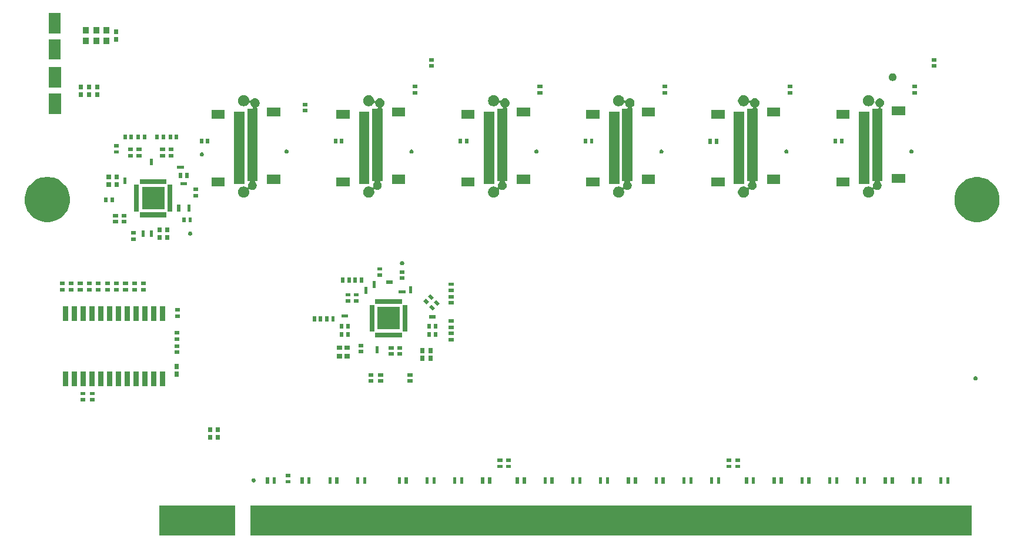
<source format=gbr>
G04 #@! TF.GenerationSoftware,KiCad,Pcbnew,(5.1.5)-3*
G04 #@! TF.CreationDate,2021-10-23T00:21:41+02:00*
G04 #@! TF.ProjectId,riser leopard 2OU Oculink,72697365-7220-46c6-956f-706172642032,rev?*
G04 #@! TF.SameCoordinates,PX4d4b990PY36d6160*
G04 #@! TF.FileFunction,Soldermask,Top*
G04 #@! TF.FilePolarity,Negative*
%FSLAX46Y46*%
G04 Gerber Fmt 4.6, Leading zero omitted, Abs format (unit mm)*
G04 Created by KiCad (PCBNEW (5.1.5)-3) date 2021-10-23 00:21:41*
%MOMM*%
%LPD*%
G04 APERTURE LIST*
%ADD10C,0.100000*%
G04 APERTURE END LIST*
D10*
G36*
X27051000Y-48409600D02*
G01*
X16149000Y-48409600D01*
X16149000Y-44107600D01*
X27051000Y-44107600D01*
X27051000Y-48409600D01*
G37*
G36*
X133151000Y-48409600D02*
G01*
X29249000Y-48409600D01*
X29249000Y-44107600D01*
X133151000Y-44107600D01*
X133151000Y-48409600D01*
G37*
G36*
X113926000Y-40981000D02*
G01*
X113474000Y-40981000D01*
X113474000Y-40019000D01*
X113926000Y-40019000D01*
X113926000Y-40981000D01*
G37*
G36*
X31926000Y-40981000D02*
G01*
X31474000Y-40981000D01*
X31474000Y-40019000D01*
X31926000Y-40019000D01*
X31926000Y-40981000D01*
G37*
G36*
X109926000Y-40981000D02*
G01*
X109474000Y-40981000D01*
X109474000Y-40019000D01*
X109926000Y-40019000D01*
X109926000Y-40981000D01*
G37*
G36*
X124926000Y-40981000D02*
G01*
X124474000Y-40981000D01*
X124474000Y-40019000D01*
X124926000Y-40019000D01*
X124926000Y-40981000D01*
G37*
G36*
X50926000Y-40981000D02*
G01*
X50474000Y-40981000D01*
X50474000Y-40019000D01*
X50926000Y-40019000D01*
X50926000Y-40981000D01*
G37*
G36*
X54926000Y-40981000D02*
G01*
X54474000Y-40981000D01*
X54474000Y-40019000D01*
X54926000Y-40019000D01*
X54926000Y-40981000D01*
G37*
G36*
X58926000Y-40981000D02*
G01*
X58474000Y-40981000D01*
X58474000Y-40019000D01*
X58926000Y-40019000D01*
X58926000Y-40981000D01*
G37*
G36*
X62926000Y-40981000D02*
G01*
X62474000Y-40981000D01*
X62474000Y-40019000D01*
X62926000Y-40019000D01*
X62926000Y-40981000D01*
G37*
G36*
X117926000Y-40981000D02*
G01*
X117474000Y-40981000D01*
X117474000Y-40019000D01*
X117926000Y-40019000D01*
X117926000Y-40981000D01*
G37*
G36*
X121926000Y-40981000D02*
G01*
X121474000Y-40981000D01*
X121474000Y-40019000D01*
X121926000Y-40019000D01*
X121926000Y-40981000D01*
G37*
G36*
X120926000Y-40981000D02*
G01*
X120474000Y-40981000D01*
X120474000Y-40019000D01*
X120926000Y-40019000D01*
X120926000Y-40981000D01*
G37*
G36*
X116926000Y-40981000D02*
G01*
X116474000Y-40981000D01*
X116474000Y-40019000D01*
X116926000Y-40019000D01*
X116926000Y-40981000D01*
G37*
G36*
X88926000Y-40981000D02*
G01*
X88474000Y-40981000D01*
X88474000Y-40019000D01*
X88926000Y-40019000D01*
X88926000Y-40981000D01*
G37*
G36*
X51926000Y-40981000D02*
G01*
X51474000Y-40981000D01*
X51474000Y-40019000D01*
X51926000Y-40019000D01*
X51926000Y-40981000D01*
G37*
G36*
X55926000Y-40981000D02*
G01*
X55474000Y-40981000D01*
X55474000Y-40019000D01*
X55926000Y-40019000D01*
X55926000Y-40981000D01*
G37*
G36*
X59926000Y-40981000D02*
G01*
X59474000Y-40981000D01*
X59474000Y-40019000D01*
X59926000Y-40019000D01*
X59926000Y-40981000D01*
G37*
G36*
X63926000Y-40981000D02*
G01*
X63474000Y-40981000D01*
X63474000Y-40019000D01*
X63926000Y-40019000D01*
X63926000Y-40981000D01*
G37*
G36*
X83926000Y-40981000D02*
G01*
X83474000Y-40981000D01*
X83474000Y-40019000D01*
X83926000Y-40019000D01*
X83926000Y-40981000D01*
G37*
G36*
X105926000Y-40981000D02*
G01*
X105474000Y-40981000D01*
X105474000Y-40019000D01*
X105926000Y-40019000D01*
X105926000Y-40981000D01*
G37*
G36*
X101926000Y-40981000D02*
G01*
X101474000Y-40981000D01*
X101474000Y-40019000D01*
X101926000Y-40019000D01*
X101926000Y-40981000D01*
G37*
G36*
X112926000Y-40981000D02*
G01*
X112474000Y-40981000D01*
X112474000Y-40019000D01*
X112926000Y-40019000D01*
X112926000Y-40981000D01*
G37*
G36*
X87926000Y-40981000D02*
G01*
X87474000Y-40981000D01*
X87474000Y-40019000D01*
X87926000Y-40019000D01*
X87926000Y-40981000D01*
G37*
G36*
X91926000Y-40981000D02*
G01*
X91474000Y-40981000D01*
X91474000Y-40019000D01*
X91926000Y-40019000D01*
X91926000Y-40981000D01*
G37*
G36*
X95926000Y-40981000D02*
G01*
X95474000Y-40981000D01*
X95474000Y-40019000D01*
X95926000Y-40019000D01*
X95926000Y-40981000D01*
G37*
G36*
X104926000Y-40981000D02*
G01*
X104474000Y-40981000D01*
X104474000Y-40019000D01*
X104926000Y-40019000D01*
X104926000Y-40981000D01*
G37*
G36*
X36926000Y-40981000D02*
G01*
X36474000Y-40981000D01*
X36474000Y-40019000D01*
X36926000Y-40019000D01*
X36926000Y-40981000D01*
G37*
G36*
X68926000Y-40981000D02*
G01*
X68474000Y-40981000D01*
X68474000Y-40019000D01*
X68926000Y-40019000D01*
X68926000Y-40981000D01*
G37*
G36*
X92926000Y-40981000D02*
G01*
X92474000Y-40981000D01*
X92474000Y-40019000D01*
X92926000Y-40019000D01*
X92926000Y-40981000D01*
G37*
G36*
X96926000Y-40981000D02*
G01*
X96474000Y-40981000D01*
X96474000Y-40019000D01*
X96926000Y-40019000D01*
X96926000Y-40981000D01*
G37*
G36*
X129926000Y-40981000D02*
G01*
X129474000Y-40981000D01*
X129474000Y-40019000D01*
X129926000Y-40019000D01*
X129926000Y-40981000D01*
G37*
G36*
X128926000Y-40981000D02*
G01*
X128474000Y-40981000D01*
X128474000Y-40019000D01*
X128926000Y-40019000D01*
X128926000Y-40981000D01*
G37*
G36*
X125926000Y-40981000D02*
G01*
X125474000Y-40981000D01*
X125474000Y-40019000D01*
X125926000Y-40019000D01*
X125926000Y-40981000D01*
G37*
G36*
X108926000Y-40981000D02*
G01*
X108474000Y-40981000D01*
X108474000Y-40019000D01*
X108926000Y-40019000D01*
X108926000Y-40981000D01*
G37*
G36*
X100926000Y-40981000D02*
G01*
X100474000Y-40981000D01*
X100474000Y-40019000D01*
X100926000Y-40019000D01*
X100926000Y-40981000D01*
G37*
G36*
X80926000Y-40981000D02*
G01*
X80474000Y-40981000D01*
X80474000Y-40019000D01*
X80926000Y-40019000D01*
X80926000Y-40981000D01*
G37*
G36*
X76926000Y-40981000D02*
G01*
X76474000Y-40981000D01*
X76474000Y-40019000D01*
X76926000Y-40019000D01*
X76926000Y-40981000D01*
G37*
G36*
X32926000Y-40981000D02*
G01*
X32474000Y-40981000D01*
X32474000Y-40019000D01*
X32926000Y-40019000D01*
X32926000Y-40981000D01*
G37*
G36*
X40926000Y-40981000D02*
G01*
X40474000Y-40981000D01*
X40474000Y-40019000D01*
X40926000Y-40019000D01*
X40926000Y-40981000D01*
G37*
G36*
X44926000Y-40981000D02*
G01*
X44474000Y-40981000D01*
X44474000Y-40019000D01*
X44926000Y-40019000D01*
X44926000Y-40981000D01*
G37*
G36*
X72926000Y-40981000D02*
G01*
X72474000Y-40981000D01*
X72474000Y-40019000D01*
X72926000Y-40019000D01*
X72926000Y-40981000D01*
G37*
G36*
X37926000Y-40981000D02*
G01*
X37474000Y-40981000D01*
X37474000Y-40019000D01*
X37926000Y-40019000D01*
X37926000Y-40981000D01*
G37*
G36*
X41926000Y-40981000D02*
G01*
X41474000Y-40981000D01*
X41474000Y-40019000D01*
X41926000Y-40019000D01*
X41926000Y-40981000D01*
G37*
G36*
X45926000Y-40981000D02*
G01*
X45474000Y-40981000D01*
X45474000Y-40019000D01*
X45926000Y-40019000D01*
X45926000Y-40981000D01*
G37*
G36*
X67926000Y-40981000D02*
G01*
X67474000Y-40981000D01*
X67474000Y-40019000D01*
X67926000Y-40019000D01*
X67926000Y-40981000D01*
G37*
G36*
X71926000Y-40981000D02*
G01*
X71474000Y-40981000D01*
X71474000Y-40019000D01*
X71926000Y-40019000D01*
X71926000Y-40981000D01*
G37*
G36*
X75926000Y-40981000D02*
G01*
X75474000Y-40981000D01*
X75474000Y-40019000D01*
X75926000Y-40019000D01*
X75926000Y-40981000D01*
G37*
G36*
X79926000Y-40981000D02*
G01*
X79474000Y-40981000D01*
X79474000Y-40019000D01*
X79926000Y-40019000D01*
X79926000Y-40981000D01*
G37*
G36*
X84926000Y-40981000D02*
G01*
X84474000Y-40981000D01*
X84474000Y-40019000D01*
X84926000Y-40019000D01*
X84926000Y-40981000D01*
G37*
G36*
X35051000Y-40901000D02*
G01*
X34349000Y-40901000D01*
X34349000Y-40399000D01*
X35051000Y-40399000D01*
X35051000Y-40901000D01*
G37*
G36*
X29787797Y-40160567D02*
G01*
X29842575Y-40183257D01*
X29842577Y-40183258D01*
X29891876Y-40216198D01*
X29933802Y-40258124D01*
X29966742Y-40307423D01*
X29966743Y-40307425D01*
X29989433Y-40362203D01*
X30001000Y-40420353D01*
X30001000Y-40479647D01*
X29989433Y-40537797D01*
X29972366Y-40579000D01*
X29966742Y-40592577D01*
X29933802Y-40641876D01*
X29891876Y-40683802D01*
X29842577Y-40716742D01*
X29842576Y-40716743D01*
X29842575Y-40716743D01*
X29787797Y-40739433D01*
X29729647Y-40751000D01*
X29670353Y-40751000D01*
X29612203Y-40739433D01*
X29557425Y-40716743D01*
X29557424Y-40716743D01*
X29557423Y-40716742D01*
X29508124Y-40683802D01*
X29466198Y-40641876D01*
X29433258Y-40592577D01*
X29427634Y-40579000D01*
X29410567Y-40537797D01*
X29399000Y-40479647D01*
X29399000Y-40420353D01*
X29410567Y-40362203D01*
X29433257Y-40307425D01*
X29433258Y-40307423D01*
X29466198Y-40258124D01*
X29508124Y-40216198D01*
X29557423Y-40183258D01*
X29557425Y-40183257D01*
X29612203Y-40160567D01*
X29670353Y-40149000D01*
X29729647Y-40149000D01*
X29787797Y-40160567D01*
G37*
G36*
X35051000Y-40001000D02*
G01*
X34349000Y-40001000D01*
X34349000Y-39499000D01*
X35051000Y-39499000D01*
X35051000Y-40001000D01*
G37*
G36*
X99801000Y-38701000D02*
G01*
X99099000Y-38701000D01*
X99099000Y-38199000D01*
X99801000Y-38199000D01*
X99801000Y-38701000D01*
G37*
G36*
X65551000Y-38701000D02*
G01*
X64849000Y-38701000D01*
X64849000Y-38199000D01*
X65551000Y-38199000D01*
X65551000Y-38701000D01*
G37*
G36*
X66801000Y-38701000D02*
G01*
X66099000Y-38701000D01*
X66099000Y-38199000D01*
X66801000Y-38199000D01*
X66801000Y-38701000D01*
G37*
G36*
X98551000Y-38701000D02*
G01*
X97849000Y-38701000D01*
X97849000Y-38199000D01*
X98551000Y-38199000D01*
X98551000Y-38701000D01*
G37*
G36*
X99801000Y-37801000D02*
G01*
X99099000Y-37801000D01*
X99099000Y-37299000D01*
X99801000Y-37299000D01*
X99801000Y-37801000D01*
G37*
G36*
X65551000Y-37801000D02*
G01*
X64849000Y-37801000D01*
X64849000Y-37299000D01*
X65551000Y-37299000D01*
X65551000Y-37801000D01*
G37*
G36*
X98551000Y-37801000D02*
G01*
X97849000Y-37801000D01*
X97849000Y-37299000D01*
X98551000Y-37299000D01*
X98551000Y-37801000D01*
G37*
G36*
X66801000Y-37801000D02*
G01*
X66099000Y-37801000D01*
X66099000Y-37299000D01*
X66801000Y-37299000D01*
X66801000Y-37801000D01*
G37*
G36*
X24876000Y-34626000D02*
G01*
X24274000Y-34626000D01*
X24274000Y-33924000D01*
X24876000Y-33924000D01*
X24876000Y-34626000D01*
G37*
G36*
X23726000Y-34626000D02*
G01*
X23124000Y-34626000D01*
X23124000Y-33924000D01*
X23726000Y-33924000D01*
X23726000Y-34626000D01*
G37*
G36*
X23726000Y-33526000D02*
G01*
X23124000Y-33526000D01*
X23124000Y-32824000D01*
X23726000Y-32824000D01*
X23726000Y-33526000D01*
G37*
G36*
X24876000Y-33526000D02*
G01*
X24274000Y-33526000D01*
X24274000Y-32824000D01*
X24876000Y-32824000D01*
X24876000Y-33526000D01*
G37*
G36*
X6801000Y-29101000D02*
G01*
X6099000Y-29101000D01*
X6099000Y-28599000D01*
X6801000Y-28599000D01*
X6801000Y-29101000D01*
G37*
G36*
X5501000Y-29101000D02*
G01*
X4799000Y-29101000D01*
X4799000Y-28599000D01*
X5501000Y-28599000D01*
X5501000Y-29101000D01*
G37*
G36*
X5501000Y-28201000D02*
G01*
X4799000Y-28201000D01*
X4799000Y-27699000D01*
X5501000Y-27699000D01*
X5501000Y-28201000D01*
G37*
G36*
X6801000Y-28201000D02*
G01*
X6099000Y-28201000D01*
X6099000Y-27699000D01*
X6801000Y-27699000D01*
X6801000Y-28201000D01*
G37*
G36*
X6776000Y-26901000D02*
G01*
X6074000Y-26901000D01*
X6074000Y-24799000D01*
X6776000Y-24799000D01*
X6776000Y-26901000D01*
G37*
G36*
X16936000Y-26901000D02*
G01*
X16234000Y-26901000D01*
X16234000Y-24799000D01*
X16936000Y-24799000D01*
X16936000Y-26901000D01*
G37*
G36*
X15666000Y-26901000D02*
G01*
X14964000Y-26901000D01*
X14964000Y-24799000D01*
X15666000Y-24799000D01*
X15666000Y-26901000D01*
G37*
G36*
X13126000Y-26901000D02*
G01*
X12424000Y-26901000D01*
X12424000Y-24799000D01*
X13126000Y-24799000D01*
X13126000Y-26901000D01*
G37*
G36*
X11856000Y-26901000D02*
G01*
X11154000Y-26901000D01*
X11154000Y-24799000D01*
X11856000Y-24799000D01*
X11856000Y-26901000D01*
G37*
G36*
X9316000Y-26901000D02*
G01*
X8614000Y-26901000D01*
X8614000Y-24799000D01*
X9316000Y-24799000D01*
X9316000Y-26901000D01*
G37*
G36*
X8046000Y-26901000D02*
G01*
X7344000Y-26901000D01*
X7344000Y-24799000D01*
X8046000Y-24799000D01*
X8046000Y-26901000D01*
G37*
G36*
X5506000Y-26901000D02*
G01*
X4804000Y-26901000D01*
X4804000Y-24799000D01*
X5506000Y-24799000D01*
X5506000Y-26901000D01*
G37*
G36*
X4236000Y-26901000D02*
G01*
X3534000Y-26901000D01*
X3534000Y-24799000D01*
X4236000Y-24799000D01*
X4236000Y-26901000D01*
G37*
G36*
X2966000Y-26901000D02*
G01*
X2264000Y-26901000D01*
X2264000Y-24799000D01*
X2966000Y-24799000D01*
X2966000Y-26901000D01*
G37*
G36*
X10586000Y-26901000D02*
G01*
X9884000Y-26901000D01*
X9884000Y-24799000D01*
X10586000Y-24799000D01*
X10586000Y-26901000D01*
G37*
G36*
X14396000Y-26901000D02*
G01*
X13694000Y-26901000D01*
X13694000Y-24799000D01*
X14396000Y-24799000D01*
X14396000Y-26901000D01*
G37*
G36*
X48351000Y-26401000D02*
G01*
X47649000Y-26401000D01*
X47649000Y-25899000D01*
X48351000Y-25899000D01*
X48351000Y-26401000D01*
G37*
G36*
X46951000Y-26401000D02*
G01*
X46249000Y-26401000D01*
X46249000Y-25899000D01*
X46951000Y-25899000D01*
X46951000Y-26401000D01*
G37*
G36*
X52601000Y-26401000D02*
G01*
X51899000Y-26401000D01*
X51899000Y-25899000D01*
X52601000Y-25899000D01*
X52601000Y-26401000D01*
G37*
G36*
X133787797Y-25460567D02*
G01*
X133842575Y-25483257D01*
X133842577Y-25483258D01*
X133891876Y-25516198D01*
X133933802Y-25558124D01*
X133966742Y-25607423D01*
X133966743Y-25607425D01*
X133989433Y-25662203D01*
X134001000Y-25720353D01*
X134001000Y-25779647D01*
X133989433Y-25837797D01*
X133966743Y-25892575D01*
X133966742Y-25892577D01*
X133933802Y-25941876D01*
X133891876Y-25983802D01*
X133842577Y-26016742D01*
X133842576Y-26016743D01*
X133842575Y-26016743D01*
X133787797Y-26039433D01*
X133729647Y-26051000D01*
X133670353Y-26051000D01*
X133612203Y-26039433D01*
X133557425Y-26016743D01*
X133557424Y-26016743D01*
X133557423Y-26016742D01*
X133508124Y-25983802D01*
X133466198Y-25941876D01*
X133433258Y-25892577D01*
X133433257Y-25892575D01*
X133410567Y-25837797D01*
X133399000Y-25779647D01*
X133399000Y-25720353D01*
X133410567Y-25662203D01*
X133433257Y-25607425D01*
X133433258Y-25607423D01*
X133466198Y-25558124D01*
X133508124Y-25516198D01*
X133557423Y-25483258D01*
X133557425Y-25483257D01*
X133612203Y-25460567D01*
X133670353Y-25449000D01*
X133729647Y-25449000D01*
X133787797Y-25460567D01*
G37*
G36*
X18951000Y-25501000D02*
G01*
X18349000Y-25501000D01*
X18349000Y-24799000D01*
X18951000Y-24799000D01*
X18951000Y-25501000D01*
G37*
G36*
X52601000Y-25501000D02*
G01*
X51899000Y-25501000D01*
X51899000Y-24999000D01*
X52601000Y-24999000D01*
X52601000Y-25501000D01*
G37*
G36*
X48351000Y-25501000D02*
G01*
X47649000Y-25501000D01*
X47649000Y-24999000D01*
X48351000Y-24999000D01*
X48351000Y-25501000D01*
G37*
G36*
X46951000Y-25501000D02*
G01*
X46249000Y-25501000D01*
X46249000Y-24999000D01*
X46951000Y-24999000D01*
X46951000Y-25501000D01*
G37*
G36*
X18951000Y-24401000D02*
G01*
X18349000Y-24401000D01*
X18349000Y-23699000D01*
X18951000Y-23699000D01*
X18951000Y-24401000D01*
G37*
G36*
X55501000Y-23226000D02*
G01*
X54899000Y-23226000D01*
X54899000Y-22524000D01*
X55501000Y-22524000D01*
X55501000Y-23226000D01*
G37*
G36*
X54301000Y-23226000D02*
G01*
X53699000Y-23226000D01*
X53699000Y-22524000D01*
X54301000Y-22524000D01*
X54301000Y-23226000D01*
G37*
G36*
X43526000Y-22876000D02*
G01*
X42824000Y-22876000D01*
X42824000Y-22274000D01*
X43526000Y-22274000D01*
X43526000Y-22876000D01*
G37*
G36*
X42426000Y-22876000D02*
G01*
X41724000Y-22876000D01*
X41724000Y-22274000D01*
X42426000Y-22274000D01*
X42426000Y-22876000D01*
G37*
G36*
X49873600Y-22501000D02*
G01*
X49171600Y-22501000D01*
X49171600Y-21999000D01*
X49873600Y-21999000D01*
X49873600Y-22501000D01*
G37*
G36*
X51128400Y-22501000D02*
G01*
X50426400Y-22501000D01*
X50426400Y-21999000D01*
X51128400Y-21999000D01*
X51128400Y-22501000D01*
G37*
G36*
X19001000Y-22251000D02*
G01*
X18299000Y-22251000D01*
X18299000Y-21749000D01*
X19001000Y-21749000D01*
X19001000Y-22251000D01*
G37*
G36*
X45526000Y-22176000D02*
G01*
X44824000Y-22176000D01*
X44824000Y-21674000D01*
X45526000Y-21674000D01*
X45526000Y-22176000D01*
G37*
G36*
X47726000Y-22131000D02*
G01*
X47274000Y-22131000D01*
X47274000Y-21169000D01*
X47726000Y-21169000D01*
X47726000Y-22131000D01*
G37*
G36*
X55501000Y-22126000D02*
G01*
X54899000Y-22126000D01*
X54899000Y-21424000D01*
X55501000Y-21424000D01*
X55501000Y-22126000D01*
G37*
G36*
X54301000Y-22126000D02*
G01*
X53699000Y-22126000D01*
X53699000Y-21424000D01*
X54301000Y-21424000D01*
X54301000Y-22126000D01*
G37*
G36*
X43526000Y-21676000D02*
G01*
X42824000Y-21676000D01*
X42824000Y-21074000D01*
X43526000Y-21074000D01*
X43526000Y-21676000D01*
G37*
G36*
X42426000Y-21676000D02*
G01*
X41724000Y-21676000D01*
X41724000Y-21074000D01*
X42426000Y-21074000D01*
X42426000Y-21676000D01*
G37*
G36*
X51128400Y-21601000D02*
G01*
X50426400Y-21601000D01*
X50426400Y-21099000D01*
X51128400Y-21099000D01*
X51128400Y-21601000D01*
G37*
G36*
X49873600Y-21601000D02*
G01*
X49171600Y-21601000D01*
X49171600Y-21099000D01*
X49873600Y-21099000D01*
X49873600Y-21601000D01*
G37*
G36*
X19001000Y-21351000D02*
G01*
X18299000Y-21351000D01*
X18299000Y-20849000D01*
X19001000Y-20849000D01*
X19001000Y-21351000D01*
G37*
G36*
X45526000Y-21276000D02*
G01*
X44824000Y-21276000D01*
X44824000Y-20774000D01*
X45526000Y-20774000D01*
X45526000Y-21276000D01*
G37*
G36*
X58526000Y-20451000D02*
G01*
X57824000Y-20451000D01*
X57824000Y-19949000D01*
X58526000Y-19949000D01*
X58526000Y-20451000D01*
G37*
G36*
X19001000Y-20351000D02*
G01*
X18299000Y-20351000D01*
X18299000Y-19849000D01*
X19001000Y-19849000D01*
X19001000Y-20351000D01*
G37*
G36*
X51076000Y-19150999D02*
G01*
X51076000Y-19851000D01*
X47224000Y-19851000D01*
X47224000Y-19150999D01*
X47223782Y-19148782D01*
X47225999Y-19149000D01*
X51074001Y-19149000D01*
X51076218Y-19148782D01*
X51076000Y-19150999D01*
G37*
G36*
X56151000Y-19801000D02*
G01*
X55649000Y-19801000D01*
X55649000Y-19099000D01*
X56151000Y-19099000D01*
X56151000Y-19801000D01*
G37*
G36*
X55251000Y-19801000D02*
G01*
X54749000Y-19801000D01*
X54749000Y-19099000D01*
X55251000Y-19099000D01*
X55251000Y-19801000D01*
G37*
G36*
X43551000Y-19801000D02*
G01*
X43049000Y-19801000D01*
X43049000Y-19099000D01*
X43551000Y-19099000D01*
X43551000Y-19801000D01*
G37*
G36*
X42651000Y-19801000D02*
G01*
X42149000Y-19801000D01*
X42149000Y-19099000D01*
X42651000Y-19099000D01*
X42651000Y-19801000D01*
G37*
G36*
X58526000Y-19551000D02*
G01*
X57824000Y-19551000D01*
X57824000Y-19049000D01*
X58526000Y-19049000D01*
X58526000Y-19551000D01*
G37*
G36*
X19001000Y-19451000D02*
G01*
X18299000Y-19451000D01*
X18299000Y-18949000D01*
X19001000Y-18949000D01*
X19001000Y-19451000D01*
G37*
G36*
X47101000Y-15175999D02*
G01*
X47101000Y-19024001D01*
X47101218Y-19026218D01*
X47099001Y-19026000D01*
X46399000Y-19026000D01*
X46399000Y-15174000D01*
X47099001Y-15174000D01*
X47101218Y-15173782D01*
X47101000Y-15175999D01*
G37*
G36*
X51200999Y-15174000D02*
G01*
X51901000Y-15174000D01*
X51901000Y-19026000D01*
X51200999Y-19026000D01*
X51198782Y-19026218D01*
X51199000Y-19024001D01*
X51199000Y-15175999D01*
X51198782Y-15173782D01*
X51200999Y-15174000D01*
G37*
G36*
X50751000Y-18701000D02*
G01*
X47549000Y-18701000D01*
X47549000Y-15499000D01*
X50751000Y-15499000D01*
X50751000Y-18701000D01*
G37*
G36*
X58526000Y-18651000D02*
G01*
X57824000Y-18651000D01*
X57824000Y-18149000D01*
X58526000Y-18149000D01*
X58526000Y-18651000D01*
G37*
G36*
X42651000Y-18601000D02*
G01*
X42149000Y-18601000D01*
X42149000Y-17899000D01*
X42651000Y-17899000D01*
X42651000Y-18601000D01*
G37*
G36*
X56151000Y-18601000D02*
G01*
X55649000Y-18601000D01*
X55649000Y-17899000D01*
X56151000Y-17899000D01*
X56151000Y-18601000D01*
G37*
G36*
X55251000Y-18601000D02*
G01*
X54749000Y-18601000D01*
X54749000Y-17899000D01*
X55251000Y-17899000D01*
X55251000Y-18601000D01*
G37*
G36*
X43551000Y-18601000D02*
G01*
X43049000Y-18601000D01*
X43049000Y-17899000D01*
X43551000Y-17899000D01*
X43551000Y-18601000D01*
G37*
G36*
X58526000Y-17751000D02*
G01*
X57824000Y-17751000D01*
X57824000Y-17249000D01*
X58526000Y-17249000D01*
X58526000Y-17751000D01*
G37*
G36*
X39601000Y-17551000D02*
G01*
X39099000Y-17551000D01*
X39099000Y-16849000D01*
X39601000Y-16849000D01*
X39601000Y-17551000D01*
G37*
G36*
X40501000Y-17551000D02*
G01*
X39999000Y-17551000D01*
X39999000Y-16849000D01*
X40501000Y-16849000D01*
X40501000Y-17551000D01*
G37*
G36*
X41401000Y-17551000D02*
G01*
X40899000Y-17551000D01*
X40899000Y-16849000D01*
X41401000Y-16849000D01*
X41401000Y-17551000D01*
G37*
G36*
X38701000Y-17551000D02*
G01*
X38199000Y-17551000D01*
X38199000Y-16849000D01*
X38701000Y-16849000D01*
X38701000Y-17551000D01*
G37*
G36*
X6776000Y-17501000D02*
G01*
X6074000Y-17501000D01*
X6074000Y-15399000D01*
X6776000Y-15399000D01*
X6776000Y-17501000D01*
G37*
G36*
X8046000Y-17501000D02*
G01*
X7344000Y-17501000D01*
X7344000Y-15399000D01*
X8046000Y-15399000D01*
X8046000Y-17501000D01*
G37*
G36*
X9316000Y-17501000D02*
G01*
X8614000Y-17501000D01*
X8614000Y-15399000D01*
X9316000Y-15399000D01*
X9316000Y-17501000D01*
G37*
G36*
X5506000Y-17501000D02*
G01*
X4804000Y-17501000D01*
X4804000Y-15399000D01*
X5506000Y-15399000D01*
X5506000Y-17501000D01*
G37*
G36*
X13126000Y-17501000D02*
G01*
X12424000Y-17501000D01*
X12424000Y-15399000D01*
X13126000Y-15399000D01*
X13126000Y-17501000D01*
G37*
G36*
X14396000Y-17501000D02*
G01*
X13694000Y-17501000D01*
X13694000Y-15399000D01*
X14396000Y-15399000D01*
X14396000Y-17501000D01*
G37*
G36*
X11856000Y-17501000D02*
G01*
X11154000Y-17501000D01*
X11154000Y-15399000D01*
X11856000Y-15399000D01*
X11856000Y-17501000D01*
G37*
G36*
X2966000Y-17501000D02*
G01*
X2264000Y-17501000D01*
X2264000Y-15399000D01*
X2966000Y-15399000D01*
X2966000Y-17501000D01*
G37*
G36*
X10586000Y-17501000D02*
G01*
X9884000Y-17501000D01*
X9884000Y-15399000D01*
X10586000Y-15399000D01*
X10586000Y-17501000D01*
G37*
G36*
X4236000Y-17501000D02*
G01*
X3534000Y-17501000D01*
X3534000Y-15399000D01*
X4236000Y-15399000D01*
X4236000Y-17501000D01*
G37*
G36*
X15666000Y-17501000D02*
G01*
X14964000Y-17501000D01*
X14964000Y-15399000D01*
X15666000Y-15399000D01*
X15666000Y-17501000D01*
G37*
G36*
X16936000Y-17501000D02*
G01*
X16234000Y-17501000D01*
X16234000Y-15399000D01*
X16936000Y-15399000D01*
X16936000Y-17501000D01*
G37*
G36*
X55931000Y-17126000D02*
G01*
X54969000Y-17126000D01*
X54969000Y-16674000D01*
X55931000Y-16674000D01*
X55931000Y-17126000D01*
G37*
G36*
X19101000Y-17051000D02*
G01*
X18399000Y-17051000D01*
X18399000Y-16549000D01*
X19101000Y-16549000D01*
X19101000Y-17051000D01*
G37*
G36*
X43331000Y-17026000D02*
G01*
X42369000Y-17026000D01*
X42369000Y-16574000D01*
X43331000Y-16574000D01*
X43331000Y-17026000D01*
G37*
G36*
X19101000Y-16151000D02*
G01*
X18399000Y-16151000D01*
X18399000Y-15649000D01*
X19101000Y-15649000D01*
X19101000Y-16151000D01*
G37*
G36*
X55857480Y-15588909D02*
G01*
X55502513Y-15943876D01*
X55006124Y-15447487D01*
X55361091Y-15092520D01*
X55857480Y-15588909D01*
G37*
G36*
X56493876Y-14952513D02*
G01*
X56138909Y-15307480D01*
X55642520Y-14811091D01*
X55997487Y-14456124D01*
X56493876Y-14952513D01*
G37*
G36*
X58526000Y-15151000D02*
G01*
X57824000Y-15151000D01*
X57824000Y-14649000D01*
X58526000Y-14649000D01*
X58526000Y-15151000D01*
G37*
G36*
X55007480Y-14738909D02*
G01*
X54652513Y-15093876D01*
X54156124Y-14597487D01*
X54511091Y-14242520D01*
X55007480Y-14738909D01*
G37*
G36*
X51076000Y-15049001D02*
G01*
X51076218Y-15051218D01*
X51074001Y-15051000D01*
X47225999Y-15051000D01*
X47223782Y-15051218D01*
X47224000Y-15049001D01*
X47224000Y-14349000D01*
X51076000Y-14349000D01*
X51076000Y-15049001D01*
G37*
G36*
X43651000Y-14876000D02*
G01*
X42949000Y-14876000D01*
X42949000Y-14374000D01*
X43651000Y-14374000D01*
X43651000Y-14876000D01*
G37*
G36*
X44851000Y-14876000D02*
G01*
X44149000Y-14876000D01*
X44149000Y-14374000D01*
X44851000Y-14374000D01*
X44851000Y-14876000D01*
G37*
G36*
X55643876Y-14102513D02*
G01*
X55288909Y-14457480D01*
X54792520Y-13961091D01*
X55147487Y-13606124D01*
X55643876Y-14102513D01*
G37*
G36*
X58526000Y-14251000D02*
G01*
X57824000Y-14251000D01*
X57824000Y-13749000D01*
X58526000Y-13749000D01*
X58526000Y-14251000D01*
G37*
G36*
X43651000Y-13976000D02*
G01*
X42949000Y-13976000D01*
X42949000Y-13474000D01*
X43651000Y-13474000D01*
X43651000Y-13976000D01*
G37*
G36*
X44851000Y-13976000D02*
G01*
X44149000Y-13976000D01*
X44149000Y-13474000D01*
X44851000Y-13474000D01*
X44851000Y-13976000D01*
G37*
G36*
X46126000Y-13581000D02*
G01*
X45674000Y-13581000D01*
X45674000Y-12619000D01*
X46126000Y-12619000D01*
X46126000Y-13581000D01*
G37*
G36*
X51581000Y-13526000D02*
G01*
X50619000Y-13526000D01*
X50619000Y-13074000D01*
X51581000Y-13074000D01*
X51581000Y-13526000D01*
G37*
G36*
X52576000Y-13481000D02*
G01*
X52124000Y-13481000D01*
X52124000Y-12519000D01*
X52576000Y-12519000D01*
X52576000Y-13481000D01*
G37*
G36*
X58526000Y-13351000D02*
G01*
X57824000Y-13351000D01*
X57824000Y-12849000D01*
X58526000Y-12849000D01*
X58526000Y-13351000D01*
G37*
G36*
X11601000Y-13251000D02*
G01*
X10899000Y-13251000D01*
X10899000Y-12749000D01*
X11601000Y-12749000D01*
X11601000Y-13251000D01*
G37*
G36*
X10301000Y-13251000D02*
G01*
X9599000Y-13251000D01*
X9599000Y-12749000D01*
X10301000Y-12749000D01*
X10301000Y-13251000D01*
G37*
G36*
X5101000Y-13251000D02*
G01*
X4399000Y-13251000D01*
X4399000Y-12749000D01*
X5101000Y-12749000D01*
X5101000Y-13251000D01*
G37*
G36*
X3801000Y-13251000D02*
G01*
X3099000Y-13251000D01*
X3099000Y-12749000D01*
X3801000Y-12749000D01*
X3801000Y-13251000D01*
G37*
G36*
X12901000Y-13251000D02*
G01*
X12199000Y-13251000D01*
X12199000Y-12749000D01*
X12901000Y-12749000D01*
X12901000Y-13251000D01*
G37*
G36*
X14201000Y-13251000D02*
G01*
X13499000Y-13251000D01*
X13499000Y-12749000D01*
X14201000Y-12749000D01*
X14201000Y-13251000D01*
G37*
G36*
X7701000Y-13251000D02*
G01*
X6999000Y-13251000D01*
X6999000Y-12749000D01*
X7701000Y-12749000D01*
X7701000Y-13251000D01*
G37*
G36*
X9001000Y-13251000D02*
G01*
X8299000Y-13251000D01*
X8299000Y-12749000D01*
X9001000Y-12749000D01*
X9001000Y-13251000D01*
G37*
G36*
X2501000Y-13251000D02*
G01*
X1799000Y-13251000D01*
X1799000Y-12749000D01*
X2501000Y-12749000D01*
X2501000Y-13251000D01*
G37*
G36*
X6401000Y-13251000D02*
G01*
X5699000Y-13251000D01*
X5699000Y-12749000D01*
X6401000Y-12749000D01*
X6401000Y-13251000D01*
G37*
G36*
X47276000Y-12731000D02*
G01*
X46824000Y-12731000D01*
X46824000Y-11769000D01*
X47276000Y-11769000D01*
X47276000Y-12731000D01*
G37*
G36*
X58526000Y-12451000D02*
G01*
X57824000Y-12451000D01*
X57824000Y-11949000D01*
X58526000Y-11949000D01*
X58526000Y-12451000D01*
G37*
G36*
X3801000Y-12351000D02*
G01*
X3099000Y-12351000D01*
X3099000Y-11849000D01*
X3801000Y-11849000D01*
X3801000Y-12351000D01*
G37*
G36*
X7701000Y-12351000D02*
G01*
X6999000Y-12351000D01*
X6999000Y-11849000D01*
X7701000Y-11849000D01*
X7701000Y-12351000D01*
G37*
G36*
X2501000Y-12351000D02*
G01*
X1799000Y-12351000D01*
X1799000Y-11849000D01*
X2501000Y-11849000D01*
X2501000Y-12351000D01*
G37*
G36*
X11601000Y-12351000D02*
G01*
X10899000Y-12351000D01*
X10899000Y-11849000D01*
X11601000Y-11849000D01*
X11601000Y-12351000D01*
G37*
G36*
X5101000Y-12351000D02*
G01*
X4399000Y-12351000D01*
X4399000Y-11849000D01*
X5101000Y-11849000D01*
X5101000Y-12351000D01*
G37*
G36*
X9001000Y-12351000D02*
G01*
X8299000Y-12351000D01*
X8299000Y-11849000D01*
X9001000Y-11849000D01*
X9001000Y-12351000D01*
G37*
G36*
X10301000Y-12351000D02*
G01*
X9599000Y-12351000D01*
X9599000Y-11849000D01*
X10301000Y-11849000D01*
X10301000Y-12351000D01*
G37*
G36*
X6401000Y-12351000D02*
G01*
X5699000Y-12351000D01*
X5699000Y-11849000D01*
X6401000Y-11849000D01*
X6401000Y-12351000D01*
G37*
G36*
X14201000Y-12351000D02*
G01*
X13499000Y-12351000D01*
X13499000Y-11849000D01*
X14201000Y-11849000D01*
X14201000Y-12351000D01*
G37*
G36*
X12901000Y-12351000D02*
G01*
X12199000Y-12351000D01*
X12199000Y-11849000D01*
X12901000Y-11849000D01*
X12901000Y-12351000D01*
G37*
G36*
X49781000Y-12126000D02*
G01*
X48819000Y-12126000D01*
X48819000Y-11674000D01*
X49781000Y-11674000D01*
X49781000Y-12126000D01*
G37*
G36*
X45501000Y-11951000D02*
G01*
X44999000Y-11951000D01*
X44999000Y-11249000D01*
X45501000Y-11249000D01*
X45501000Y-11951000D01*
G37*
G36*
X44601000Y-11951000D02*
G01*
X44099000Y-11951000D01*
X44099000Y-11249000D01*
X44601000Y-11249000D01*
X44601000Y-11951000D01*
G37*
G36*
X42801000Y-11951000D02*
G01*
X42299000Y-11951000D01*
X42299000Y-11249000D01*
X42801000Y-11249000D01*
X42801000Y-11951000D01*
G37*
G36*
X43701000Y-11951000D02*
G01*
X43199000Y-11951000D01*
X43199000Y-11249000D01*
X43701000Y-11249000D01*
X43701000Y-11951000D01*
G37*
G36*
X51451000Y-11601000D02*
G01*
X50749000Y-11601000D01*
X50749000Y-11099000D01*
X51451000Y-11099000D01*
X51451000Y-11601000D01*
G37*
G36*
X48251000Y-11151000D02*
G01*
X47549000Y-11151000D01*
X47549000Y-10649000D01*
X48251000Y-10649000D01*
X48251000Y-11151000D01*
G37*
G36*
X51451000Y-10701000D02*
G01*
X50749000Y-10701000D01*
X50749000Y-10199000D01*
X51451000Y-10199000D01*
X51451000Y-10701000D01*
G37*
G36*
X48251000Y-10251000D02*
G01*
X47549000Y-10251000D01*
X47549000Y-9749000D01*
X48251000Y-9749000D01*
X48251000Y-10251000D01*
G37*
G36*
X51187797Y-8885567D02*
G01*
X51242575Y-8908257D01*
X51242577Y-8908258D01*
X51291876Y-8941198D01*
X51333802Y-8983124D01*
X51366742Y-9032423D01*
X51366743Y-9032425D01*
X51389433Y-9087203D01*
X51401000Y-9145353D01*
X51401000Y-9204647D01*
X51389433Y-9262797D01*
X51366743Y-9317575D01*
X51366742Y-9317577D01*
X51333802Y-9366876D01*
X51291876Y-9408802D01*
X51242577Y-9441742D01*
X51242576Y-9441743D01*
X51242575Y-9441743D01*
X51187797Y-9464433D01*
X51129647Y-9476000D01*
X51070353Y-9476000D01*
X51012203Y-9464433D01*
X50957425Y-9441743D01*
X50957424Y-9441743D01*
X50957423Y-9441742D01*
X50908124Y-9408802D01*
X50866198Y-9366876D01*
X50833258Y-9317577D01*
X50833257Y-9317575D01*
X50810567Y-9262797D01*
X50799000Y-9204647D01*
X50799000Y-9145353D01*
X50810567Y-9087203D01*
X50833257Y-9032425D01*
X50833258Y-9032423D01*
X50866198Y-8983124D01*
X50908124Y-8941198D01*
X50957423Y-8908258D01*
X50957425Y-8908257D01*
X51012203Y-8885567D01*
X51070353Y-8874000D01*
X51129647Y-8874000D01*
X51187797Y-8885567D01*
G37*
G36*
X12751000Y-5976000D02*
G01*
X12049000Y-5976000D01*
X12049000Y-5474000D01*
X12751000Y-5474000D01*
X12751000Y-5976000D01*
G37*
G36*
X16451000Y-5801000D02*
G01*
X15849000Y-5801000D01*
X15849000Y-5099000D01*
X16451000Y-5099000D01*
X16451000Y-5801000D01*
G37*
G36*
X17601000Y-5801000D02*
G01*
X16999000Y-5801000D01*
X16999000Y-5099000D01*
X17601000Y-5099000D01*
X17601000Y-5801000D01*
G37*
G36*
X15201000Y-5381000D02*
G01*
X14749000Y-5381000D01*
X14749000Y-4419000D01*
X15201000Y-4419000D01*
X15201000Y-5381000D01*
G37*
G36*
X14001000Y-5381000D02*
G01*
X13549000Y-5381000D01*
X13549000Y-4419000D01*
X14001000Y-4419000D01*
X14001000Y-5381000D01*
G37*
G36*
X20662797Y-4610567D02*
G01*
X20717575Y-4633257D01*
X20717577Y-4633258D01*
X20766876Y-4666198D01*
X20808802Y-4708124D01*
X20841742Y-4757423D01*
X20841743Y-4757425D01*
X20864433Y-4812203D01*
X20876000Y-4870353D01*
X20876000Y-4929647D01*
X20864433Y-4987797D01*
X20841743Y-5042575D01*
X20841742Y-5042577D01*
X20808802Y-5091876D01*
X20766876Y-5133802D01*
X20717577Y-5166742D01*
X20717576Y-5166743D01*
X20717575Y-5166743D01*
X20662797Y-5189433D01*
X20604647Y-5201000D01*
X20545353Y-5201000D01*
X20487203Y-5189433D01*
X20432425Y-5166743D01*
X20432424Y-5166743D01*
X20432423Y-5166742D01*
X20383124Y-5133802D01*
X20341198Y-5091876D01*
X20308258Y-5042577D01*
X20308257Y-5042575D01*
X20285567Y-4987797D01*
X20274000Y-4929647D01*
X20274000Y-4870353D01*
X20285567Y-4812203D01*
X20308257Y-4757425D01*
X20308258Y-4757423D01*
X20341198Y-4708124D01*
X20383124Y-4666198D01*
X20432423Y-4633258D01*
X20432425Y-4633257D01*
X20487203Y-4610567D01*
X20545353Y-4599000D01*
X20604647Y-4599000D01*
X20662797Y-4610567D01*
G37*
G36*
X12751000Y-5076000D02*
G01*
X12049000Y-5076000D01*
X12049000Y-4574000D01*
X12751000Y-4574000D01*
X12751000Y-5076000D01*
G37*
G36*
X16451000Y-4701000D02*
G01*
X15849000Y-4701000D01*
X15849000Y-3999000D01*
X16451000Y-3999000D01*
X16451000Y-4701000D01*
G37*
G36*
X17601000Y-4701000D02*
G01*
X16999000Y-4701000D01*
X16999000Y-3999000D01*
X17601000Y-3999000D01*
X17601000Y-4701000D01*
G37*
G36*
X11428400Y-3451000D02*
G01*
X10726400Y-3451000D01*
X10726400Y-2949000D01*
X11428400Y-2949000D01*
X11428400Y-3451000D01*
G37*
G36*
X10173600Y-3451000D02*
G01*
X9471600Y-3451000D01*
X9471600Y-2949000D01*
X10173600Y-2949000D01*
X10173600Y-3451000D01*
G37*
G36*
X19926000Y-3276000D02*
G01*
X19424000Y-3276000D01*
X19424000Y-2574000D01*
X19926000Y-2574000D01*
X19926000Y-3276000D01*
G37*
G36*
X20826000Y-3276000D02*
G01*
X20324000Y-3276000D01*
X20324000Y-2574000D01*
X20826000Y-2574000D01*
X20826000Y-3276000D01*
G37*
G36*
X134396153Y3206000D02*
G01*
X134848282Y3116066D01*
X135439926Y2870999D01*
X135759615Y2657389D01*
X135972391Y2515217D01*
X136425217Y2062391D01*
X136440388Y2039686D01*
X136780999Y1529926D01*
X137021924Y948281D01*
X137026066Y938281D01*
X137151000Y310197D01*
X137151000Y-330197D01*
X137088533Y-644239D01*
X137026066Y-958282D01*
X136780999Y-1549926D01*
X136579828Y-1850999D01*
X136431899Y-2072391D01*
X136425216Y-2082392D01*
X135972392Y-2535216D01*
X135439926Y-2890999D01*
X134848282Y-3136066D01*
X134534239Y-3198533D01*
X134220197Y-3261000D01*
X133579803Y-3261000D01*
X133265761Y-3198533D01*
X132951718Y-3136066D01*
X132360074Y-2890999D01*
X131827608Y-2535216D01*
X131374784Y-2082392D01*
X131368102Y-2072391D01*
X131220172Y-1850999D01*
X131019001Y-1549926D01*
X130773934Y-958282D01*
X130711467Y-644239D01*
X130649000Y-330197D01*
X130649000Y310197D01*
X130773934Y938281D01*
X130778076Y948281D01*
X131019001Y1529926D01*
X131359612Y2039686D01*
X131374783Y2062391D01*
X131827609Y2515217D01*
X132040385Y2657389D01*
X132360074Y2870999D01*
X132951718Y3116066D01*
X133403847Y3206000D01*
X133579803Y3241000D01*
X134220197Y3241000D01*
X134396153Y3206000D01*
G37*
G36*
X571563Y3201000D02*
G01*
X948282Y3126066D01*
X1539926Y2880999D01*
X1874581Y2657389D01*
X2072391Y2525217D01*
X2525217Y2072391D01*
X2548617Y2037370D01*
X2880999Y1539926D01*
X3108327Y991107D01*
X3126066Y948281D01*
X3251000Y320197D01*
X3251000Y-320197D01*
X3222992Y-461000D01*
X3126066Y-948282D01*
X2880999Y-1539926D01*
X2607664Y-1949000D01*
X2525217Y-2072391D01*
X2072391Y-2525217D01*
X2033804Y-2551000D01*
X1539926Y-2880999D01*
X948282Y-3126066D01*
X634239Y-3188533D01*
X320197Y-3251000D01*
X-320197Y-3251000D01*
X-634239Y-3188533D01*
X-948282Y-3126066D01*
X-1539926Y-2880999D01*
X-2033804Y-2551000D01*
X-2072391Y-2525217D01*
X-2525217Y-2072391D01*
X-2607664Y-1949000D01*
X-2880999Y-1539926D01*
X-3126066Y-948282D01*
X-3222992Y-461000D01*
X-3251000Y-320197D01*
X-3251000Y320197D01*
X-3126066Y948281D01*
X-3108327Y991107D01*
X-2880999Y1539926D01*
X-2548617Y2037370D01*
X-2525217Y2072391D01*
X-2072391Y2525217D01*
X-1874581Y2657389D01*
X-1539926Y2880999D01*
X-948282Y3126066D01*
X-571563Y3201000D01*
X-320197Y3251000D01*
X320197Y3251000D01*
X571563Y3201000D01*
G37*
G36*
X11428400Y-2551000D02*
G01*
X10726400Y-2551000D01*
X10726400Y-2049000D01*
X11428400Y-2049000D01*
X11428400Y-2551000D01*
G37*
G36*
X17176000Y-1850999D02*
G01*
X17176000Y-2551000D01*
X13324000Y-2551000D01*
X13324000Y-1850999D01*
X13323782Y-1848782D01*
X13325999Y-1849000D01*
X17174001Y-1849000D01*
X17176218Y-1848782D01*
X17176000Y-1850999D01*
G37*
G36*
X10173600Y-2551000D02*
G01*
X9471600Y-2551000D01*
X9471600Y-2049000D01*
X10173600Y-2049000D01*
X10173600Y-2551000D01*
G37*
G36*
X13201000Y2124001D02*
G01*
X13201000Y-1724001D01*
X13201218Y-1726218D01*
X13199001Y-1726000D01*
X12499000Y-1726000D01*
X12499000Y2126000D01*
X13199001Y2126000D01*
X13201218Y2126218D01*
X13201000Y2124001D01*
G37*
G36*
X17300999Y2126000D02*
G01*
X18001000Y2126000D01*
X18001000Y-1726000D01*
X17300999Y-1726000D01*
X17298782Y-1726218D01*
X17299000Y-1724001D01*
X17299000Y2124001D01*
X17298782Y2126218D01*
X17300999Y2126000D01*
G37*
G36*
X19151000Y-1706000D02*
G01*
X18699000Y-1706000D01*
X18699000Y-744000D01*
X19151000Y-744000D01*
X19151000Y-1706000D01*
G37*
G36*
X20626000Y-1706000D02*
G01*
X20174000Y-1706000D01*
X20174000Y-744000D01*
X20626000Y-744000D01*
X20626000Y-1706000D01*
G37*
G36*
X16851000Y-1401000D02*
G01*
X13649000Y-1401000D01*
X13649000Y1801000D01*
X16851000Y1801000D01*
X16851000Y-1401000D01*
G37*
G36*
X9601000Y-401000D02*
G01*
X9099000Y-401000D01*
X9099000Y301000D01*
X9601000Y301000D01*
X9601000Y-401000D01*
G37*
G36*
X8701000Y-401000D02*
G01*
X8199000Y-401000D01*
X8199000Y301000D01*
X8701000Y301000D01*
X8701000Y-401000D01*
G37*
G36*
X64513642Y15000219D02*
G01*
X64659414Y14939838D01*
X64659416Y14939837D01*
X64790608Y14852178D01*
X64902178Y14740608D01*
X64989837Y14609416D01*
X64989838Y14609414D01*
X65050219Y14463643D01*
X65081576Y14305996D01*
X65088689Y14282547D01*
X65100240Y14260937D01*
X65115785Y14241995D01*
X65134727Y14226449D01*
X65156337Y14214898D01*
X65179786Y14207785D01*
X65204172Y14205383D01*
X65228559Y14207785D01*
X65252008Y14214898D01*
X65273618Y14226449D01*
X65292560Y14241994D01*
X65308106Y14260936D01*
X65374916Y14360925D01*
X65469075Y14455084D01*
X65579794Y14529064D01*
X65702818Y14580022D01*
X65746352Y14588681D01*
X65833418Y14606000D01*
X65966582Y14606000D01*
X66053648Y14588681D01*
X66097182Y14580022D01*
X66220206Y14529064D01*
X66330925Y14455084D01*
X66425084Y14360925D01*
X66499064Y14250206D01*
X66540112Y14151107D01*
X66550022Y14127181D01*
X66576000Y13996582D01*
X66576000Y13863418D01*
X66573447Y13850584D01*
X66550022Y13732818D01*
X66499064Y13609794D01*
X66425084Y13499075D01*
X66330925Y13404916D01*
X66243474Y13346483D01*
X66226186Y13334932D01*
X66207244Y13319387D01*
X66191698Y13300445D01*
X66180147Y13278834D01*
X66173034Y13255385D01*
X66170632Y13230999D01*
X66173034Y13206613D01*
X66180147Y13183164D01*
X66191698Y13161554D01*
X66207243Y13142612D01*
X66226185Y13127066D01*
X66247796Y13115515D01*
X66271245Y13108402D01*
X66291000Y13106456D01*
X66291000Y2694000D01*
X66063072Y2694000D01*
X66038686Y2691598D01*
X66015237Y2684485D01*
X65993626Y2672934D01*
X65974684Y2657389D01*
X65959139Y2638447D01*
X65947588Y2616836D01*
X65940475Y2593387D01*
X65938073Y2569001D01*
X65940475Y2544615D01*
X65947588Y2521166D01*
X65959139Y2499555D01*
X65974679Y2480619D01*
X66026246Y2429052D01*
X66026247Y2429050D01*
X66094755Y2326521D01*
X66141944Y2212597D01*
X66166000Y2091657D01*
X66166000Y1968343D01*
X66141944Y1847403D01*
X66094755Y1733479D01*
X66087364Y1722418D01*
X66026246Y1630948D01*
X65939052Y1543754D01*
X65933323Y1539926D01*
X65836521Y1475245D01*
X65722597Y1428056D01*
X65601657Y1404000D01*
X65478343Y1404000D01*
X65357403Y1428056D01*
X65243475Y1475246D01*
X65220600Y1490531D01*
X65198989Y1502082D01*
X65175540Y1509195D01*
X65151154Y1511597D01*
X65126768Y1509195D01*
X65103319Y1502082D01*
X65081708Y1490530D01*
X65062767Y1474985D01*
X65047222Y1456043D01*
X65035671Y1434432D01*
X65028558Y1410983D01*
X65026156Y1386597D01*
X65028558Y1362211D01*
X65035671Y1338762D01*
X65050219Y1303640D01*
X65081000Y1148893D01*
X65081000Y991107D01*
X65050219Y836358D01*
X65035573Y801000D01*
X64989837Y690584D01*
X64902178Y559392D01*
X64790608Y447822D01*
X64659416Y360163D01*
X64659415Y360162D01*
X64659414Y360162D01*
X64513642Y299781D01*
X64358893Y269000D01*
X64201107Y269000D01*
X64046358Y299781D01*
X63900586Y360162D01*
X63900585Y360162D01*
X63900584Y360163D01*
X63769392Y447822D01*
X63657822Y559392D01*
X63570163Y690584D01*
X63524427Y801000D01*
X63509781Y836358D01*
X63479000Y991107D01*
X63479000Y1148893D01*
X63509781Y1303642D01*
X63570162Y1449414D01*
X63587248Y1474985D01*
X63657822Y1580608D01*
X63769392Y1692178D01*
X63900584Y1779837D01*
X63900586Y1779838D01*
X64046358Y1840219D01*
X64201107Y1871000D01*
X64358893Y1871000D01*
X64513642Y1840219D01*
X64659417Y1779837D01*
X64745351Y1722418D01*
X64766961Y1710867D01*
X64790410Y1703754D01*
X64814796Y1701352D01*
X64839182Y1703754D01*
X64862631Y1710867D01*
X64884242Y1722418D01*
X64903184Y1737964D01*
X64918729Y1756906D01*
X64930280Y1778516D01*
X64937393Y1801965D01*
X64939795Y1826351D01*
X64937393Y1850737D01*
X64914000Y1968343D01*
X64914000Y2091657D01*
X64938056Y2212597D01*
X64985245Y2326521D01*
X65053753Y2429050D01*
X65053754Y2429052D01*
X65105321Y2480619D01*
X65120861Y2499555D01*
X65132412Y2521166D01*
X65139525Y2544615D01*
X65141927Y2569001D01*
X65139525Y2593387D01*
X65132412Y2616836D01*
X65120861Y2638447D01*
X65105316Y2657389D01*
X65086374Y2672934D01*
X65064763Y2684485D01*
X65041314Y2691598D01*
X65016928Y2694000D01*
X64789000Y2694000D01*
X64789000Y13106000D01*
X65504369Y13106000D01*
X65528755Y13108402D01*
X65552204Y13115515D01*
X65573815Y13127066D01*
X65592757Y13142611D01*
X65608302Y13161553D01*
X65619853Y13183164D01*
X65626966Y13206613D01*
X65629368Y13230999D01*
X65626966Y13255385D01*
X65619853Y13278834D01*
X65608302Y13300445D01*
X65592757Y13319387D01*
X65573814Y13334932D01*
X65556527Y13346483D01*
X65469075Y13404916D01*
X65374916Y13499075D01*
X65300936Y13609794D01*
X65249978Y13732818D01*
X65230147Y13832516D01*
X65223034Y13855965D01*
X65211483Y13877576D01*
X65195938Y13896518D01*
X65176996Y13912063D01*
X65155385Y13923614D01*
X65131936Y13930727D01*
X65107550Y13933129D01*
X65083164Y13930727D01*
X65059715Y13923614D01*
X65038104Y13912063D01*
X65019162Y13896518D01*
X65003617Y13877576D01*
X64992066Y13855964D01*
X64989839Y13850587D01*
X64989838Y13850586D01*
X64989837Y13850584D01*
X64902178Y13719392D01*
X64790608Y13607822D01*
X64659416Y13520163D01*
X64659415Y13520162D01*
X64659414Y13520162D01*
X64513642Y13459781D01*
X64358893Y13429000D01*
X64201107Y13429000D01*
X64046358Y13459781D01*
X63900586Y13520162D01*
X63900585Y13520162D01*
X63900584Y13520163D01*
X63769392Y13607822D01*
X63657822Y13719392D01*
X63570163Y13850584D01*
X63570162Y13850587D01*
X63509781Y13996358D01*
X63479000Y14151107D01*
X63479000Y14308893D01*
X63509781Y14463642D01*
X63570162Y14609414D01*
X63570163Y14609416D01*
X63657822Y14740608D01*
X63769392Y14852178D01*
X63900584Y14939837D01*
X63900586Y14939838D01*
X64046358Y15000219D01*
X64201107Y15031000D01*
X64358893Y15031000D01*
X64513642Y15000219D01*
G37*
G36*
X118513642Y15000219D02*
G01*
X118659414Y14939838D01*
X118659416Y14939837D01*
X118790608Y14852178D01*
X118902178Y14740608D01*
X118989837Y14609416D01*
X118989838Y14609414D01*
X119050219Y14463642D01*
X119081000Y14308893D01*
X119081000Y14216989D01*
X119083402Y14192603D01*
X119090515Y14169154D01*
X119102066Y14147543D01*
X119117611Y14128601D01*
X119136553Y14113056D01*
X119158164Y14101505D01*
X119181613Y14094392D01*
X119205999Y14091990D01*
X119230385Y14094392D01*
X119253834Y14101505D01*
X119275445Y14113056D01*
X119294387Y14128601D01*
X119309932Y14147543D01*
X119321483Y14169154D01*
X119345245Y14226521D01*
X119413753Y14329050D01*
X119413754Y14329052D01*
X119500948Y14416246D01*
X119603478Y14484754D01*
X119603479Y14484755D01*
X119717403Y14531944D01*
X119838343Y14556000D01*
X119961657Y14556000D01*
X120082597Y14531944D01*
X120196521Y14484755D01*
X120196522Y14484754D01*
X120299052Y14416246D01*
X120386246Y14329052D01*
X120386247Y14329050D01*
X120454755Y14226521D01*
X120501944Y14112597D01*
X120526000Y13991657D01*
X120526000Y13868343D01*
X120501944Y13747403D01*
X120454755Y13633479D01*
X120454754Y13633478D01*
X120386246Y13530948D01*
X120299052Y13443754D01*
X120276971Y13429000D01*
X120196521Y13375245D01*
X120127083Y13346483D01*
X120105473Y13334932D01*
X120086531Y13319387D01*
X120070985Y13300445D01*
X120059434Y13278834D01*
X120052321Y13255385D01*
X120049919Y13230999D01*
X120052321Y13206613D01*
X120059434Y13183164D01*
X120070985Y13161554D01*
X120086530Y13142612D01*
X120105472Y13127066D01*
X120127083Y13115515D01*
X120150532Y13108402D01*
X120174918Y13106000D01*
X120291000Y13106000D01*
X120291000Y2694000D01*
X120063072Y2694000D01*
X120038686Y2691598D01*
X120015237Y2684485D01*
X119993626Y2672934D01*
X119974684Y2657389D01*
X119959139Y2638447D01*
X119947588Y2616836D01*
X119940475Y2593387D01*
X119938073Y2569001D01*
X119940475Y2544615D01*
X119947588Y2521166D01*
X119959139Y2499555D01*
X119974679Y2480619D01*
X120026246Y2429052D01*
X120026247Y2429050D01*
X120094755Y2326521D01*
X120141944Y2212597D01*
X120166000Y2091657D01*
X120166000Y1968343D01*
X120141944Y1847403D01*
X120094755Y1733479D01*
X120087364Y1722418D01*
X120026246Y1630948D01*
X119939052Y1543754D01*
X119933323Y1539926D01*
X119836521Y1475245D01*
X119722597Y1428056D01*
X119601657Y1404000D01*
X119478343Y1404000D01*
X119357403Y1428056D01*
X119243475Y1475246D01*
X119220600Y1490531D01*
X119198989Y1502082D01*
X119175540Y1509195D01*
X119151154Y1511597D01*
X119126768Y1509195D01*
X119103319Y1502082D01*
X119081708Y1490530D01*
X119062767Y1474985D01*
X119047222Y1456043D01*
X119035671Y1434432D01*
X119028558Y1410983D01*
X119026156Y1386597D01*
X119028558Y1362211D01*
X119035671Y1338762D01*
X119050219Y1303640D01*
X119081000Y1148893D01*
X119081000Y991107D01*
X119050219Y836358D01*
X119035573Y801000D01*
X118989837Y690584D01*
X118902178Y559392D01*
X118790608Y447822D01*
X118659416Y360163D01*
X118659415Y360162D01*
X118659414Y360162D01*
X118513642Y299781D01*
X118358893Y269000D01*
X118201107Y269000D01*
X118046358Y299781D01*
X117900586Y360162D01*
X117900585Y360162D01*
X117900584Y360163D01*
X117769392Y447822D01*
X117657822Y559392D01*
X117570163Y690584D01*
X117524427Y801000D01*
X117509781Y836358D01*
X117479000Y991107D01*
X117479000Y1148893D01*
X117509781Y1303642D01*
X117570162Y1449414D01*
X117587248Y1474985D01*
X117657822Y1580608D01*
X117769392Y1692178D01*
X117900584Y1779837D01*
X117900586Y1779838D01*
X118046358Y1840219D01*
X118201107Y1871000D01*
X118358893Y1871000D01*
X118513642Y1840219D01*
X118659417Y1779837D01*
X118745351Y1722418D01*
X118766961Y1710867D01*
X118790410Y1703754D01*
X118814796Y1701352D01*
X118839182Y1703754D01*
X118862631Y1710867D01*
X118884242Y1722418D01*
X118903184Y1737964D01*
X118918729Y1756906D01*
X118930280Y1778516D01*
X118937393Y1801965D01*
X118939795Y1826351D01*
X118937393Y1850737D01*
X118914000Y1968343D01*
X118914000Y2091657D01*
X118938056Y2212597D01*
X118985245Y2326521D01*
X119053753Y2429050D01*
X119053754Y2429052D01*
X119105321Y2480619D01*
X119120861Y2499555D01*
X119132412Y2521166D01*
X119139525Y2544615D01*
X119141927Y2569001D01*
X119139525Y2593387D01*
X119132412Y2616836D01*
X119120861Y2638447D01*
X119105316Y2657389D01*
X119086374Y2672934D01*
X119064763Y2684485D01*
X119041314Y2691598D01*
X119016928Y2694000D01*
X118789000Y2694000D01*
X118789000Y13106000D01*
X119625082Y13106000D01*
X119649468Y13108402D01*
X119672917Y13115515D01*
X119694528Y13127066D01*
X119713470Y13142611D01*
X119729015Y13161553D01*
X119740566Y13183164D01*
X119747679Y13206613D01*
X119750081Y13230999D01*
X119747679Y13255385D01*
X119740566Y13278834D01*
X119729015Y13300445D01*
X119713470Y13319387D01*
X119694528Y13334932D01*
X119672917Y13346483D01*
X119603479Y13375245D01*
X119523029Y13429000D01*
X119500948Y13443754D01*
X119413754Y13530948D01*
X119345246Y13633478D01*
X119345245Y13633479D01*
X119298056Y13747403D01*
X119274000Y13868343D01*
X119274000Y13908201D01*
X119271598Y13932587D01*
X119264485Y13956036D01*
X119252934Y13977647D01*
X119237389Y13996589D01*
X119218447Y14012134D01*
X119196836Y14023685D01*
X119173387Y14030798D01*
X119149001Y14033200D01*
X119124615Y14030798D01*
X119101166Y14023685D01*
X119079555Y14012134D01*
X119060613Y13996589D01*
X119045068Y13977647D01*
X119033517Y13956036D01*
X118989838Y13850587D01*
X118989837Y13850584D01*
X118902178Y13719392D01*
X118790608Y13607822D01*
X118659416Y13520163D01*
X118659415Y13520162D01*
X118659414Y13520162D01*
X118513642Y13459781D01*
X118358893Y13429000D01*
X118201107Y13429000D01*
X118046358Y13459781D01*
X117900586Y13520162D01*
X117900585Y13520162D01*
X117900584Y13520163D01*
X117769392Y13607822D01*
X117657822Y13719392D01*
X117570163Y13850584D01*
X117570162Y13850587D01*
X117509781Y13996358D01*
X117479000Y14151107D01*
X117479000Y14308893D01*
X117509781Y14463642D01*
X117570162Y14609414D01*
X117570163Y14609416D01*
X117657822Y14740608D01*
X117769392Y14852178D01*
X117900584Y14939837D01*
X117900586Y14939838D01*
X118046358Y15000219D01*
X118201107Y15031000D01*
X118358893Y15031000D01*
X118513642Y15000219D01*
G37*
G36*
X82513642Y15000219D02*
G01*
X82659414Y14939838D01*
X82659416Y14939837D01*
X82790608Y14852178D01*
X82902178Y14740608D01*
X82989837Y14609416D01*
X82989838Y14609414D01*
X83050219Y14463643D01*
X83081576Y14305996D01*
X83088689Y14282547D01*
X83100240Y14260937D01*
X83115785Y14241995D01*
X83134727Y14226449D01*
X83156337Y14214898D01*
X83179786Y14207785D01*
X83204172Y14205383D01*
X83228559Y14207785D01*
X83252008Y14214898D01*
X83273618Y14226449D01*
X83292560Y14241994D01*
X83308106Y14260936D01*
X83374916Y14360925D01*
X83469075Y14455084D01*
X83579794Y14529064D01*
X83702818Y14580022D01*
X83746352Y14588681D01*
X83833418Y14606000D01*
X83966582Y14606000D01*
X84053648Y14588681D01*
X84097182Y14580022D01*
X84220206Y14529064D01*
X84330925Y14455084D01*
X84425084Y14360925D01*
X84499064Y14250206D01*
X84540112Y14151107D01*
X84550022Y14127181D01*
X84576000Y13996582D01*
X84576000Y13863418D01*
X84573447Y13850584D01*
X84550022Y13732818D01*
X84499064Y13609794D01*
X84425084Y13499075D01*
X84330925Y13404916D01*
X84243474Y13346483D01*
X84226186Y13334932D01*
X84207244Y13319387D01*
X84191698Y13300445D01*
X84180147Y13278834D01*
X84173034Y13255385D01*
X84170632Y13230999D01*
X84173034Y13206613D01*
X84180147Y13183164D01*
X84191698Y13161554D01*
X84207243Y13142612D01*
X84226185Y13127066D01*
X84247796Y13115515D01*
X84271245Y13108402D01*
X84291000Y13106456D01*
X84291000Y2694000D01*
X84063072Y2694000D01*
X84038686Y2691598D01*
X84015237Y2684485D01*
X83993626Y2672934D01*
X83974684Y2657389D01*
X83959139Y2638447D01*
X83947588Y2616836D01*
X83940475Y2593387D01*
X83938073Y2569001D01*
X83940475Y2544615D01*
X83947588Y2521166D01*
X83959139Y2499555D01*
X83974679Y2480619D01*
X84026246Y2429052D01*
X84026247Y2429050D01*
X84094755Y2326521D01*
X84141944Y2212597D01*
X84166000Y2091657D01*
X84166000Y1968343D01*
X84141944Y1847403D01*
X84094755Y1733479D01*
X84087364Y1722418D01*
X84026246Y1630948D01*
X83939052Y1543754D01*
X83933323Y1539926D01*
X83836521Y1475245D01*
X83722597Y1428056D01*
X83601657Y1404000D01*
X83478343Y1404000D01*
X83357403Y1428056D01*
X83243475Y1475246D01*
X83220600Y1490531D01*
X83198989Y1502082D01*
X83175540Y1509195D01*
X83151154Y1511597D01*
X83126768Y1509195D01*
X83103319Y1502082D01*
X83081708Y1490530D01*
X83062767Y1474985D01*
X83047222Y1456043D01*
X83035671Y1434432D01*
X83028558Y1410983D01*
X83026156Y1386597D01*
X83028558Y1362211D01*
X83035671Y1338762D01*
X83050219Y1303640D01*
X83081000Y1148893D01*
X83081000Y991107D01*
X83050219Y836358D01*
X83035573Y801000D01*
X82989837Y690584D01*
X82902178Y559392D01*
X82790608Y447822D01*
X82659416Y360163D01*
X82659415Y360162D01*
X82659414Y360162D01*
X82513642Y299781D01*
X82358893Y269000D01*
X82201107Y269000D01*
X82046358Y299781D01*
X81900586Y360162D01*
X81900585Y360162D01*
X81900584Y360163D01*
X81769392Y447822D01*
X81657822Y559392D01*
X81570163Y690584D01*
X81524427Y801000D01*
X81509781Y836358D01*
X81479000Y991107D01*
X81479000Y1148893D01*
X81509781Y1303642D01*
X81570162Y1449414D01*
X81587248Y1474985D01*
X81657822Y1580608D01*
X81769392Y1692178D01*
X81900584Y1779837D01*
X81900586Y1779838D01*
X82046358Y1840219D01*
X82201107Y1871000D01*
X82358893Y1871000D01*
X82513642Y1840219D01*
X82659417Y1779837D01*
X82745351Y1722418D01*
X82766961Y1710867D01*
X82790410Y1703754D01*
X82814796Y1701352D01*
X82839182Y1703754D01*
X82862631Y1710867D01*
X82884242Y1722418D01*
X82903184Y1737964D01*
X82918729Y1756906D01*
X82930280Y1778516D01*
X82937393Y1801965D01*
X82939795Y1826351D01*
X82937393Y1850737D01*
X82914000Y1968343D01*
X82914000Y2091657D01*
X82938056Y2212597D01*
X82985245Y2326521D01*
X83053753Y2429050D01*
X83053754Y2429052D01*
X83105321Y2480619D01*
X83120861Y2499555D01*
X83132412Y2521166D01*
X83139525Y2544615D01*
X83141927Y2569001D01*
X83139525Y2593387D01*
X83132412Y2616836D01*
X83120861Y2638447D01*
X83105316Y2657389D01*
X83086374Y2672934D01*
X83064763Y2684485D01*
X83041314Y2691598D01*
X83016928Y2694000D01*
X82789000Y2694000D01*
X82789000Y13106000D01*
X83504369Y13106000D01*
X83528755Y13108402D01*
X83552204Y13115515D01*
X83573815Y13127066D01*
X83592757Y13142611D01*
X83608302Y13161553D01*
X83619853Y13183164D01*
X83626966Y13206613D01*
X83629368Y13230999D01*
X83626966Y13255385D01*
X83619853Y13278834D01*
X83608302Y13300445D01*
X83592757Y13319387D01*
X83573814Y13334932D01*
X83556527Y13346483D01*
X83469075Y13404916D01*
X83374916Y13499075D01*
X83300936Y13609794D01*
X83249978Y13732818D01*
X83230147Y13832516D01*
X83223034Y13855965D01*
X83211483Y13877576D01*
X83195938Y13896518D01*
X83176996Y13912063D01*
X83155385Y13923614D01*
X83131936Y13930727D01*
X83107550Y13933129D01*
X83083164Y13930727D01*
X83059715Y13923614D01*
X83038104Y13912063D01*
X83019162Y13896518D01*
X83003617Y13877576D01*
X82992066Y13855964D01*
X82989839Y13850587D01*
X82989838Y13850586D01*
X82989837Y13850584D01*
X82902178Y13719392D01*
X82790608Y13607822D01*
X82659416Y13520163D01*
X82659415Y13520162D01*
X82659414Y13520162D01*
X82513642Y13459781D01*
X82358893Y13429000D01*
X82201107Y13429000D01*
X82046358Y13459781D01*
X81900586Y13520162D01*
X81900585Y13520162D01*
X81900584Y13520163D01*
X81769392Y13607822D01*
X81657822Y13719392D01*
X81570163Y13850584D01*
X81570162Y13850587D01*
X81509781Y13996358D01*
X81479000Y14151107D01*
X81479000Y14308893D01*
X81509781Y14463642D01*
X81570162Y14609414D01*
X81570163Y14609416D01*
X81657822Y14740608D01*
X81769392Y14852178D01*
X81900584Y14939837D01*
X81900586Y14939838D01*
X82046358Y15000219D01*
X82201107Y15031000D01*
X82358893Y15031000D01*
X82513642Y15000219D01*
G37*
G36*
X100513642Y15000219D02*
G01*
X100659414Y14939838D01*
X100659416Y14939837D01*
X100790608Y14852178D01*
X100902178Y14740608D01*
X100989837Y14609416D01*
X100989838Y14609414D01*
X101050219Y14463643D01*
X101081576Y14305996D01*
X101088689Y14282547D01*
X101100240Y14260937D01*
X101115785Y14241995D01*
X101134727Y14226449D01*
X101156337Y14214898D01*
X101179786Y14207785D01*
X101204172Y14205383D01*
X101228559Y14207785D01*
X101252008Y14214898D01*
X101273618Y14226449D01*
X101292560Y14241994D01*
X101308106Y14260936D01*
X101374916Y14360925D01*
X101469075Y14455084D01*
X101579794Y14529064D01*
X101702818Y14580022D01*
X101746352Y14588681D01*
X101833418Y14606000D01*
X101966582Y14606000D01*
X102053648Y14588681D01*
X102097182Y14580022D01*
X102220206Y14529064D01*
X102330925Y14455084D01*
X102425084Y14360925D01*
X102499064Y14250206D01*
X102540112Y14151107D01*
X102550022Y14127181D01*
X102576000Y13996582D01*
X102576000Y13863418D01*
X102573447Y13850584D01*
X102550022Y13732818D01*
X102499064Y13609794D01*
X102425084Y13499075D01*
X102330925Y13404916D01*
X102243474Y13346483D01*
X102226186Y13334932D01*
X102207244Y13319387D01*
X102191698Y13300445D01*
X102180147Y13278834D01*
X102173034Y13255385D01*
X102170632Y13230999D01*
X102173034Y13206613D01*
X102180147Y13183164D01*
X102191698Y13161554D01*
X102207243Y13142612D01*
X102226185Y13127066D01*
X102247796Y13115515D01*
X102271245Y13108402D01*
X102291000Y13106456D01*
X102291000Y2694000D01*
X102063072Y2694000D01*
X102038686Y2691598D01*
X102015237Y2684485D01*
X101993626Y2672934D01*
X101974684Y2657389D01*
X101959139Y2638447D01*
X101947588Y2616836D01*
X101940475Y2593387D01*
X101938073Y2569001D01*
X101940475Y2544615D01*
X101947588Y2521166D01*
X101959139Y2499555D01*
X101974679Y2480619D01*
X102026246Y2429052D01*
X102026247Y2429050D01*
X102094755Y2326521D01*
X102141944Y2212597D01*
X102166000Y2091657D01*
X102166000Y1968343D01*
X102141944Y1847403D01*
X102094755Y1733479D01*
X102087364Y1722418D01*
X102026246Y1630948D01*
X101939052Y1543754D01*
X101933323Y1539926D01*
X101836521Y1475245D01*
X101722597Y1428056D01*
X101601657Y1404000D01*
X101478343Y1404000D01*
X101357403Y1428056D01*
X101243475Y1475246D01*
X101220600Y1490531D01*
X101198989Y1502082D01*
X101175540Y1509195D01*
X101151154Y1511597D01*
X101126768Y1509195D01*
X101103319Y1502082D01*
X101081708Y1490530D01*
X101062767Y1474985D01*
X101047222Y1456043D01*
X101035671Y1434432D01*
X101028558Y1410983D01*
X101026156Y1386597D01*
X101028558Y1362211D01*
X101035671Y1338762D01*
X101050219Y1303640D01*
X101081000Y1148893D01*
X101081000Y991107D01*
X101050219Y836358D01*
X101035573Y801000D01*
X100989837Y690584D01*
X100902178Y559392D01*
X100790608Y447822D01*
X100659416Y360163D01*
X100659415Y360162D01*
X100659414Y360162D01*
X100513642Y299781D01*
X100358893Y269000D01*
X100201107Y269000D01*
X100046358Y299781D01*
X99900586Y360162D01*
X99900585Y360162D01*
X99900584Y360163D01*
X99769392Y447822D01*
X99657822Y559392D01*
X99570163Y690584D01*
X99524427Y801000D01*
X99509781Y836358D01*
X99479000Y991107D01*
X99479000Y1148893D01*
X99509781Y1303642D01*
X99570162Y1449414D01*
X99587248Y1474985D01*
X99657822Y1580608D01*
X99769392Y1692178D01*
X99900584Y1779837D01*
X99900586Y1779838D01*
X100046358Y1840219D01*
X100201107Y1871000D01*
X100358893Y1871000D01*
X100513642Y1840219D01*
X100659417Y1779837D01*
X100745351Y1722418D01*
X100766961Y1710867D01*
X100790410Y1703754D01*
X100814796Y1701352D01*
X100839182Y1703754D01*
X100862631Y1710867D01*
X100884242Y1722418D01*
X100903184Y1737964D01*
X100918729Y1756906D01*
X100930280Y1778516D01*
X100937393Y1801965D01*
X100939795Y1826351D01*
X100937393Y1850737D01*
X100914000Y1968343D01*
X100914000Y2091657D01*
X100938056Y2212597D01*
X100985245Y2326521D01*
X101053753Y2429050D01*
X101053754Y2429052D01*
X101105321Y2480619D01*
X101120861Y2499555D01*
X101132412Y2521166D01*
X101139525Y2544615D01*
X101141927Y2569001D01*
X101139525Y2593387D01*
X101132412Y2616836D01*
X101120861Y2638447D01*
X101105316Y2657389D01*
X101086374Y2672934D01*
X101064763Y2684485D01*
X101041314Y2691598D01*
X101016928Y2694000D01*
X100789000Y2694000D01*
X100789000Y13106000D01*
X101504369Y13106000D01*
X101528755Y13108402D01*
X101552204Y13115515D01*
X101573815Y13127066D01*
X101592757Y13142611D01*
X101608302Y13161553D01*
X101619853Y13183164D01*
X101626966Y13206613D01*
X101629368Y13230999D01*
X101626966Y13255385D01*
X101619853Y13278834D01*
X101608302Y13300445D01*
X101592757Y13319387D01*
X101573814Y13334932D01*
X101556527Y13346483D01*
X101469075Y13404916D01*
X101374916Y13499075D01*
X101300936Y13609794D01*
X101249978Y13732818D01*
X101230147Y13832516D01*
X101223034Y13855965D01*
X101211483Y13877576D01*
X101195938Y13896518D01*
X101176996Y13912063D01*
X101155385Y13923614D01*
X101131936Y13930727D01*
X101107550Y13933129D01*
X101083164Y13930727D01*
X101059715Y13923614D01*
X101038104Y13912063D01*
X101019162Y13896518D01*
X101003617Y13877576D01*
X100992066Y13855964D01*
X100989839Y13850587D01*
X100989838Y13850586D01*
X100989837Y13850584D01*
X100902178Y13719392D01*
X100790608Y13607822D01*
X100659416Y13520163D01*
X100659415Y13520162D01*
X100659414Y13520162D01*
X100513642Y13459781D01*
X100358893Y13429000D01*
X100201107Y13429000D01*
X100046358Y13459781D01*
X99900586Y13520162D01*
X99900585Y13520162D01*
X99900584Y13520163D01*
X99769392Y13607822D01*
X99657822Y13719392D01*
X99570163Y13850584D01*
X99570162Y13850587D01*
X99509781Y13996358D01*
X99479000Y14151107D01*
X99479000Y14308893D01*
X99509781Y14463642D01*
X99570162Y14609414D01*
X99570163Y14609416D01*
X99657822Y14740608D01*
X99769392Y14852178D01*
X99900584Y14939837D01*
X99900586Y14939838D01*
X100046358Y15000219D01*
X100201107Y15031000D01*
X100358893Y15031000D01*
X100513642Y15000219D01*
G37*
G36*
X46513642Y15000219D02*
G01*
X46659414Y14939838D01*
X46659416Y14939837D01*
X46790608Y14852178D01*
X46902178Y14740608D01*
X46989837Y14609416D01*
X46989838Y14609414D01*
X47050219Y14463643D01*
X47081576Y14305996D01*
X47088689Y14282547D01*
X47100240Y14260937D01*
X47115785Y14241995D01*
X47134727Y14226449D01*
X47156337Y14214898D01*
X47179786Y14207785D01*
X47204172Y14205383D01*
X47228559Y14207785D01*
X47252008Y14214898D01*
X47273618Y14226449D01*
X47292560Y14241994D01*
X47308106Y14260936D01*
X47374916Y14360925D01*
X47469075Y14455084D01*
X47579794Y14529064D01*
X47702818Y14580022D01*
X47746352Y14588681D01*
X47833418Y14606000D01*
X47966582Y14606000D01*
X48053648Y14588681D01*
X48097182Y14580022D01*
X48220206Y14529064D01*
X48330925Y14455084D01*
X48425084Y14360925D01*
X48499064Y14250206D01*
X48540112Y14151107D01*
X48550022Y14127181D01*
X48576000Y13996582D01*
X48576000Y13863418D01*
X48573447Y13850584D01*
X48550022Y13732818D01*
X48499064Y13609794D01*
X48425084Y13499075D01*
X48330925Y13404916D01*
X48243474Y13346483D01*
X48226186Y13334932D01*
X48207244Y13319387D01*
X48191698Y13300445D01*
X48180147Y13278834D01*
X48173034Y13255385D01*
X48170632Y13230999D01*
X48173034Y13206613D01*
X48180147Y13183164D01*
X48191698Y13161554D01*
X48207243Y13142612D01*
X48226185Y13127066D01*
X48247796Y13115515D01*
X48271245Y13108402D01*
X48291000Y13106456D01*
X48291000Y2694000D01*
X48063072Y2694000D01*
X48038686Y2691598D01*
X48015237Y2684485D01*
X47993626Y2672934D01*
X47974684Y2657389D01*
X47959139Y2638447D01*
X47947588Y2616836D01*
X47940475Y2593387D01*
X47938073Y2569001D01*
X47940475Y2544615D01*
X47947588Y2521166D01*
X47959139Y2499555D01*
X47974679Y2480619D01*
X48026246Y2429052D01*
X48026247Y2429050D01*
X48094755Y2326521D01*
X48141944Y2212597D01*
X48166000Y2091657D01*
X48166000Y1968343D01*
X48141944Y1847403D01*
X48094755Y1733479D01*
X48087364Y1722418D01*
X48026246Y1630948D01*
X47939052Y1543754D01*
X47933323Y1539926D01*
X47836521Y1475245D01*
X47722597Y1428056D01*
X47601657Y1404000D01*
X47478343Y1404000D01*
X47357403Y1428056D01*
X47243475Y1475246D01*
X47220600Y1490531D01*
X47198989Y1502082D01*
X47175540Y1509195D01*
X47151154Y1511597D01*
X47126768Y1509195D01*
X47103319Y1502082D01*
X47081708Y1490530D01*
X47062767Y1474985D01*
X47047222Y1456043D01*
X47035671Y1434432D01*
X47028558Y1410983D01*
X47026156Y1386597D01*
X47028558Y1362211D01*
X47035671Y1338762D01*
X47050219Y1303640D01*
X47081000Y1148893D01*
X47081000Y991107D01*
X47050219Y836358D01*
X47035573Y801000D01*
X46989837Y690584D01*
X46902178Y559392D01*
X46790608Y447822D01*
X46659416Y360163D01*
X46659415Y360162D01*
X46659414Y360162D01*
X46513642Y299781D01*
X46358893Y269000D01*
X46201107Y269000D01*
X46046358Y299781D01*
X45900586Y360162D01*
X45900585Y360162D01*
X45900584Y360163D01*
X45769392Y447822D01*
X45657822Y559392D01*
X45570163Y690584D01*
X45524427Y801000D01*
X45509781Y836358D01*
X45479000Y991107D01*
X45479000Y1148893D01*
X45509781Y1303642D01*
X45570162Y1449414D01*
X45587248Y1474985D01*
X45657822Y1580608D01*
X45769392Y1692178D01*
X45900584Y1779837D01*
X45900586Y1779838D01*
X46046358Y1840219D01*
X46201107Y1871000D01*
X46358893Y1871000D01*
X46513642Y1840219D01*
X46659417Y1779837D01*
X46745351Y1722418D01*
X46766961Y1710867D01*
X46790410Y1703754D01*
X46814796Y1701352D01*
X46839182Y1703754D01*
X46862631Y1710867D01*
X46884242Y1722418D01*
X46903184Y1737964D01*
X46918729Y1756906D01*
X46930280Y1778516D01*
X46937393Y1801965D01*
X46939795Y1826351D01*
X46937393Y1850737D01*
X46914000Y1968343D01*
X46914000Y2091657D01*
X46938056Y2212597D01*
X46985245Y2326521D01*
X47053753Y2429050D01*
X47053754Y2429052D01*
X47105321Y2480619D01*
X47120861Y2499555D01*
X47132412Y2521166D01*
X47139525Y2544615D01*
X47141927Y2569001D01*
X47139525Y2593387D01*
X47132412Y2616836D01*
X47120861Y2638447D01*
X47105316Y2657389D01*
X47086374Y2672934D01*
X47064763Y2684485D01*
X47041314Y2691598D01*
X47016928Y2694000D01*
X46789000Y2694000D01*
X46789000Y13106000D01*
X47504369Y13106000D01*
X47528755Y13108402D01*
X47552204Y13115515D01*
X47573815Y13127066D01*
X47592757Y13142611D01*
X47608302Y13161553D01*
X47619853Y13183164D01*
X47626966Y13206613D01*
X47629368Y13230999D01*
X47626966Y13255385D01*
X47619853Y13278834D01*
X47608302Y13300445D01*
X47592757Y13319387D01*
X47573814Y13334932D01*
X47556527Y13346483D01*
X47469075Y13404916D01*
X47374916Y13499075D01*
X47300936Y13609794D01*
X47249978Y13732818D01*
X47230147Y13832516D01*
X47223034Y13855965D01*
X47211483Y13877576D01*
X47195938Y13896518D01*
X47176996Y13912063D01*
X47155385Y13923614D01*
X47131936Y13930727D01*
X47107550Y13933129D01*
X47083164Y13930727D01*
X47059715Y13923614D01*
X47038104Y13912063D01*
X47019162Y13896518D01*
X47003617Y13877576D01*
X46992066Y13855964D01*
X46989839Y13850587D01*
X46989838Y13850586D01*
X46989837Y13850584D01*
X46902178Y13719392D01*
X46790608Y13607822D01*
X46659416Y13520163D01*
X46659415Y13520162D01*
X46659414Y13520162D01*
X46513642Y13459781D01*
X46358893Y13429000D01*
X46201107Y13429000D01*
X46046358Y13459781D01*
X45900586Y13520162D01*
X45900585Y13520162D01*
X45900584Y13520163D01*
X45769392Y13607822D01*
X45657822Y13719392D01*
X45570163Y13850584D01*
X45570162Y13850587D01*
X45509781Y13996358D01*
X45479000Y14151107D01*
X45479000Y14308893D01*
X45509781Y14463642D01*
X45570162Y14609414D01*
X45570163Y14609416D01*
X45657822Y14740608D01*
X45769392Y14852178D01*
X45900584Y14939837D01*
X45900586Y14939838D01*
X46046358Y15000219D01*
X46201107Y15031000D01*
X46358893Y15031000D01*
X46513642Y15000219D01*
G37*
G36*
X28513642Y15000219D02*
G01*
X28659414Y14939838D01*
X28659416Y14939837D01*
X28790608Y14852178D01*
X28902178Y14740608D01*
X28989837Y14609416D01*
X28989838Y14609414D01*
X29050219Y14463643D01*
X29081576Y14305996D01*
X29088689Y14282547D01*
X29100240Y14260937D01*
X29115785Y14241995D01*
X29134727Y14226449D01*
X29156337Y14214898D01*
X29179786Y14207785D01*
X29204172Y14205383D01*
X29228559Y14207785D01*
X29252008Y14214898D01*
X29273618Y14226449D01*
X29292560Y14241994D01*
X29308106Y14260936D01*
X29374916Y14360925D01*
X29469075Y14455084D01*
X29579794Y14529064D01*
X29702818Y14580022D01*
X29746352Y14588681D01*
X29833418Y14606000D01*
X29966582Y14606000D01*
X30053648Y14588681D01*
X30097182Y14580022D01*
X30220206Y14529064D01*
X30330925Y14455084D01*
X30425084Y14360925D01*
X30499064Y14250206D01*
X30540112Y14151107D01*
X30550022Y14127181D01*
X30576000Y13996582D01*
X30576000Y13863418D01*
X30573447Y13850584D01*
X30550022Y13732818D01*
X30499064Y13609794D01*
X30425084Y13499075D01*
X30330925Y13404916D01*
X30243474Y13346483D01*
X30226186Y13334932D01*
X30207244Y13319387D01*
X30191698Y13300445D01*
X30180147Y13278834D01*
X30173034Y13255385D01*
X30170632Y13230999D01*
X30173034Y13206613D01*
X30180147Y13183164D01*
X30191698Y13161554D01*
X30207243Y13142612D01*
X30226185Y13127066D01*
X30247796Y13115515D01*
X30271245Y13108402D01*
X30291000Y13106456D01*
X30291000Y2694000D01*
X30063072Y2694000D01*
X30038686Y2691598D01*
X30015237Y2684485D01*
X29993626Y2672934D01*
X29974684Y2657389D01*
X29959139Y2638447D01*
X29947588Y2616836D01*
X29940475Y2593387D01*
X29938073Y2569001D01*
X29940475Y2544615D01*
X29947588Y2521166D01*
X29959139Y2499555D01*
X29974679Y2480619D01*
X30026246Y2429052D01*
X30026247Y2429050D01*
X30094755Y2326521D01*
X30141944Y2212597D01*
X30166000Y2091657D01*
X30166000Y1968343D01*
X30141944Y1847403D01*
X30094755Y1733479D01*
X30087364Y1722418D01*
X30026246Y1630948D01*
X29939052Y1543754D01*
X29933323Y1539926D01*
X29836521Y1475245D01*
X29722597Y1428056D01*
X29601657Y1404000D01*
X29478343Y1404000D01*
X29357403Y1428056D01*
X29243475Y1475246D01*
X29220600Y1490531D01*
X29198989Y1502082D01*
X29175540Y1509195D01*
X29151154Y1511597D01*
X29126768Y1509195D01*
X29103319Y1502082D01*
X29081708Y1490530D01*
X29062767Y1474985D01*
X29047222Y1456043D01*
X29035671Y1434432D01*
X29028558Y1410983D01*
X29026156Y1386597D01*
X29028558Y1362211D01*
X29035671Y1338762D01*
X29050219Y1303640D01*
X29081000Y1148893D01*
X29081000Y991107D01*
X29050219Y836358D01*
X29035573Y801000D01*
X28989837Y690584D01*
X28902178Y559392D01*
X28790608Y447822D01*
X28659416Y360163D01*
X28659415Y360162D01*
X28659414Y360162D01*
X28513642Y299781D01*
X28358893Y269000D01*
X28201107Y269000D01*
X28046358Y299781D01*
X27900586Y360162D01*
X27900585Y360162D01*
X27900584Y360163D01*
X27769392Y447822D01*
X27657822Y559392D01*
X27570163Y690584D01*
X27524427Y801000D01*
X27509781Y836358D01*
X27479000Y991107D01*
X27479000Y1148893D01*
X27509781Y1303642D01*
X27570162Y1449414D01*
X27587248Y1474985D01*
X27657822Y1580608D01*
X27769392Y1692178D01*
X27900584Y1779837D01*
X27900586Y1779838D01*
X28046358Y1840219D01*
X28201107Y1871000D01*
X28358893Y1871000D01*
X28513642Y1840219D01*
X28659417Y1779837D01*
X28745351Y1722418D01*
X28766961Y1710867D01*
X28790410Y1703754D01*
X28814796Y1701352D01*
X28839182Y1703754D01*
X28862631Y1710867D01*
X28884242Y1722418D01*
X28903184Y1737964D01*
X28918729Y1756906D01*
X28930280Y1778516D01*
X28937393Y1801965D01*
X28939795Y1826351D01*
X28937393Y1850737D01*
X28914000Y1968343D01*
X28914000Y2091657D01*
X28938056Y2212597D01*
X28985245Y2326521D01*
X29053753Y2429050D01*
X29053754Y2429052D01*
X29105321Y2480619D01*
X29120861Y2499555D01*
X29132412Y2521166D01*
X29139525Y2544615D01*
X29141927Y2569001D01*
X29139525Y2593387D01*
X29132412Y2616836D01*
X29120861Y2638447D01*
X29105316Y2657389D01*
X29086374Y2672934D01*
X29064763Y2684485D01*
X29041314Y2691598D01*
X29016928Y2694000D01*
X28789000Y2694000D01*
X28789000Y13106000D01*
X29504369Y13106000D01*
X29528755Y13108402D01*
X29552204Y13115515D01*
X29573815Y13127066D01*
X29592757Y13142611D01*
X29608302Y13161553D01*
X29619853Y13183164D01*
X29626966Y13206613D01*
X29629368Y13230999D01*
X29626966Y13255385D01*
X29619853Y13278834D01*
X29608302Y13300445D01*
X29592757Y13319387D01*
X29573814Y13334932D01*
X29556527Y13346483D01*
X29469075Y13404916D01*
X29374916Y13499075D01*
X29300936Y13609794D01*
X29249978Y13732818D01*
X29230147Y13832516D01*
X29223034Y13855965D01*
X29211483Y13877576D01*
X29195938Y13896518D01*
X29176996Y13912063D01*
X29155385Y13923614D01*
X29131936Y13930727D01*
X29107550Y13933129D01*
X29083164Y13930727D01*
X29059715Y13923614D01*
X29038104Y13912063D01*
X29019162Y13896518D01*
X29003617Y13877576D01*
X28992066Y13855964D01*
X28989839Y13850587D01*
X28989838Y13850586D01*
X28989837Y13850584D01*
X28902178Y13719392D01*
X28790608Y13607822D01*
X28659416Y13520163D01*
X28659415Y13520162D01*
X28659414Y13520162D01*
X28513642Y13459781D01*
X28358893Y13429000D01*
X28201107Y13429000D01*
X28046358Y13459781D01*
X27900586Y13520162D01*
X27900585Y13520162D01*
X27900584Y13520163D01*
X27769392Y13607822D01*
X27657822Y13719392D01*
X27570163Y13850584D01*
X27570162Y13850587D01*
X27509781Y13996358D01*
X27479000Y14151107D01*
X27479000Y14308893D01*
X27509781Y14463642D01*
X27570162Y14609414D01*
X27570163Y14609416D01*
X27657822Y14740608D01*
X27769392Y14852178D01*
X27900584Y14939837D01*
X27900586Y14939838D01*
X28046358Y15000219D01*
X28201107Y15031000D01*
X28358893Y15031000D01*
X28513642Y15000219D01*
G37*
G36*
X21701000Y299000D02*
G01*
X20999000Y299000D01*
X20999000Y801000D01*
X21701000Y801000D01*
X21701000Y299000D01*
G37*
G36*
X21701000Y1199000D02*
G01*
X20999000Y1199000D01*
X20999000Y1701000D01*
X21701000Y1701000D01*
X21701000Y1199000D01*
G37*
G36*
X9151000Y1824000D02*
G01*
X8549000Y1824000D01*
X8549000Y2526000D01*
X9151000Y2526000D01*
X9151000Y1824000D01*
G37*
G36*
X10301000Y1824000D02*
G01*
X9699000Y1824000D01*
X9699000Y2526000D01*
X10301000Y2526000D01*
X10301000Y1824000D01*
G37*
G36*
X79541000Y1899000D02*
G01*
X77639000Y1899000D01*
X77639000Y3201000D01*
X79541000Y3201000D01*
X79541000Y1899000D01*
G37*
G36*
X61541000Y1899000D02*
G01*
X59639000Y1899000D01*
X59639000Y3201000D01*
X61541000Y3201000D01*
X61541000Y1899000D01*
G37*
G36*
X25541000Y1899000D02*
G01*
X23639000Y1899000D01*
X23639000Y3201000D01*
X25541000Y3201000D01*
X25541000Y1899000D01*
G37*
G36*
X97541000Y1899000D02*
G01*
X95639000Y1899000D01*
X95639000Y3201000D01*
X97541000Y3201000D01*
X97541000Y1899000D01*
G37*
G36*
X43541000Y1899000D02*
G01*
X41639000Y1899000D01*
X41639000Y3201000D01*
X43541000Y3201000D01*
X43541000Y1899000D01*
G37*
G36*
X115541000Y1899000D02*
G01*
X113639000Y1899000D01*
X113639000Y3201000D01*
X115541000Y3201000D01*
X115541000Y1899000D01*
G37*
G36*
X20131000Y2049000D02*
G01*
X19169000Y2049000D01*
X19169000Y2501000D01*
X20131000Y2501000D01*
X20131000Y2049000D01*
G37*
G36*
X82391000Y2194000D02*
G01*
X80889000Y2194000D01*
X80889000Y12606000D01*
X82391000Y12606000D01*
X82391000Y2194000D01*
G37*
G36*
X118391000Y2194000D02*
G01*
X116889000Y2194000D01*
X116889000Y12606000D01*
X118391000Y12606000D01*
X118391000Y2194000D01*
G37*
G36*
X100391000Y2194000D02*
G01*
X98889000Y2194000D01*
X98889000Y12606000D01*
X100391000Y12606000D01*
X100391000Y2194000D01*
G37*
G36*
X46391000Y2194000D02*
G01*
X44889000Y2194000D01*
X44889000Y12606000D01*
X46391000Y12606000D01*
X46391000Y2194000D01*
G37*
G36*
X28391000Y2194000D02*
G01*
X26889000Y2194000D01*
X26889000Y12606000D01*
X28391000Y12606000D01*
X28391000Y2194000D01*
G37*
G36*
X64391000Y2194000D02*
G01*
X62889000Y2194000D01*
X62889000Y12606000D01*
X64391000Y12606000D01*
X64391000Y2194000D01*
G37*
G36*
X11376000Y2244000D02*
G01*
X10924000Y2244000D01*
X10924000Y3206000D01*
X11376000Y3206000D01*
X11376000Y2244000D01*
G37*
G36*
X17176000Y2250999D02*
G01*
X17176218Y2248782D01*
X17174001Y2249000D01*
X13325999Y2249000D01*
X13323782Y2248782D01*
X13324000Y2250999D01*
X13324000Y2951000D01*
X17176000Y2951000D01*
X17176000Y2250999D01*
G37*
G36*
X51541000Y2249000D02*
G01*
X49639000Y2249000D01*
X49639000Y3551000D01*
X51541000Y3551000D01*
X51541000Y2249000D01*
G37*
G36*
X87541000Y2249000D02*
G01*
X85639000Y2249000D01*
X85639000Y3551000D01*
X87541000Y3551000D01*
X87541000Y2249000D01*
G37*
G36*
X105541000Y2249000D02*
G01*
X103639000Y2249000D01*
X103639000Y3551000D01*
X105541000Y3551000D01*
X105541000Y2249000D01*
G37*
G36*
X33541000Y2249000D02*
G01*
X31639000Y2249000D01*
X31639000Y3551000D01*
X33541000Y3551000D01*
X33541000Y2249000D01*
G37*
G36*
X69541000Y2249000D02*
G01*
X67639000Y2249000D01*
X67639000Y3551000D01*
X69541000Y3551000D01*
X69541000Y2249000D01*
G37*
G36*
X123541000Y2399000D02*
G01*
X121639000Y2399000D01*
X121639000Y3701000D01*
X123541000Y3701000D01*
X123541000Y2399000D01*
G37*
G36*
X10301000Y2924000D02*
G01*
X9699000Y2924000D01*
X9699000Y3626000D01*
X10301000Y3626000D01*
X10301000Y2924000D01*
G37*
G36*
X9151000Y2924000D02*
G01*
X8549000Y2924000D01*
X8549000Y3626000D01*
X9151000Y3626000D01*
X9151000Y2924000D01*
G37*
G36*
X19451000Y3099000D02*
G01*
X18949000Y3099000D01*
X18949000Y3801000D01*
X19451000Y3801000D01*
X19451000Y3099000D01*
G37*
G36*
X20351000Y3099000D02*
G01*
X19849000Y3099000D01*
X19849000Y3801000D01*
X20351000Y3801000D01*
X20351000Y3099000D01*
G37*
G36*
X19656000Y4399000D02*
G01*
X18694000Y4399000D01*
X18694000Y4851000D01*
X19656000Y4851000D01*
X19656000Y4399000D01*
G37*
G36*
X15226000Y4919000D02*
G01*
X14774000Y4919000D01*
X14774000Y5881000D01*
X15226000Y5881000D01*
X15226000Y4919000D01*
G37*
G36*
X12351000Y6049000D02*
G01*
X11649000Y6049000D01*
X11649000Y6551000D01*
X12351000Y6551000D01*
X12351000Y6049000D01*
G37*
G36*
X13551000Y6049000D02*
G01*
X12849000Y6049000D01*
X12849000Y6551000D01*
X13551000Y6551000D01*
X13551000Y6049000D01*
G37*
G36*
X18151000Y6049000D02*
G01*
X17449000Y6049000D01*
X17449000Y6551000D01*
X18151000Y6551000D01*
X18151000Y6049000D01*
G37*
G36*
X16951000Y6049000D02*
G01*
X16249000Y6049000D01*
X16249000Y6551000D01*
X16951000Y6551000D01*
X16951000Y6049000D01*
G37*
G36*
X22337797Y6789433D02*
G01*
X22392575Y6766743D01*
X22392577Y6766742D01*
X22441876Y6733802D01*
X22483802Y6691876D01*
X22500959Y6666198D01*
X22516743Y6642575D01*
X22539433Y6587797D01*
X22551000Y6529647D01*
X22551000Y6470353D01*
X22539433Y6412203D01*
X22516743Y6357425D01*
X22516742Y6357423D01*
X22483802Y6308124D01*
X22441876Y6266198D01*
X22392577Y6233258D01*
X22392576Y6233257D01*
X22392575Y6233257D01*
X22337797Y6210567D01*
X22279647Y6199000D01*
X22220353Y6199000D01*
X22162203Y6210567D01*
X22107425Y6233257D01*
X22107424Y6233257D01*
X22107423Y6233258D01*
X22058124Y6266198D01*
X22016198Y6308124D01*
X21983258Y6357423D01*
X21983257Y6357425D01*
X21960567Y6412203D01*
X21949000Y6470353D01*
X21949000Y6529647D01*
X21960567Y6587797D01*
X21983257Y6642575D01*
X21999041Y6666198D01*
X22016198Y6691876D01*
X22058124Y6733802D01*
X22107423Y6766742D01*
X22107425Y6766743D01*
X22162203Y6789433D01*
X22220353Y6801000D01*
X22279647Y6801000D01*
X22337797Y6789433D01*
G37*
G36*
X10326000Y6599000D02*
G01*
X9624000Y6599000D01*
X9624000Y7101000D01*
X10326000Y7101000D01*
X10326000Y6599000D01*
G37*
G36*
X34537797Y7189433D02*
G01*
X34592575Y7166743D01*
X34592577Y7166742D01*
X34641876Y7133802D01*
X34683802Y7091876D01*
X34716742Y7042577D01*
X34716743Y7042575D01*
X34739433Y6987797D01*
X34751000Y6929647D01*
X34751000Y6870353D01*
X34739433Y6812203D01*
X34720602Y6766742D01*
X34716742Y6757423D01*
X34683802Y6708124D01*
X34641876Y6666198D01*
X34592577Y6633258D01*
X34592576Y6633257D01*
X34592575Y6633257D01*
X34537797Y6610567D01*
X34479647Y6599000D01*
X34420353Y6599000D01*
X34362203Y6610567D01*
X34307425Y6633257D01*
X34307424Y6633257D01*
X34307423Y6633258D01*
X34258124Y6666198D01*
X34216198Y6708124D01*
X34183258Y6757423D01*
X34179398Y6766742D01*
X34160567Y6812203D01*
X34149000Y6870353D01*
X34149000Y6929647D01*
X34160567Y6987797D01*
X34183257Y7042575D01*
X34183258Y7042577D01*
X34216198Y7091876D01*
X34258124Y7133802D01*
X34307423Y7166742D01*
X34307425Y7166743D01*
X34362203Y7189433D01*
X34420353Y7201000D01*
X34479647Y7201000D01*
X34537797Y7189433D01*
G37*
G36*
X70537797Y7189433D02*
G01*
X70592575Y7166743D01*
X70592577Y7166742D01*
X70641876Y7133802D01*
X70683802Y7091876D01*
X70716742Y7042577D01*
X70716743Y7042575D01*
X70739433Y6987797D01*
X70751000Y6929647D01*
X70751000Y6870353D01*
X70739433Y6812203D01*
X70720602Y6766742D01*
X70716742Y6757423D01*
X70683802Y6708124D01*
X70641876Y6666198D01*
X70592577Y6633258D01*
X70592576Y6633257D01*
X70592575Y6633257D01*
X70537797Y6610567D01*
X70479647Y6599000D01*
X70420353Y6599000D01*
X70362203Y6610567D01*
X70307425Y6633257D01*
X70307424Y6633257D01*
X70307423Y6633258D01*
X70258124Y6666198D01*
X70216198Y6708124D01*
X70183258Y6757423D01*
X70179398Y6766742D01*
X70160567Y6812203D01*
X70149000Y6870353D01*
X70149000Y6929647D01*
X70160567Y6987797D01*
X70183257Y7042575D01*
X70183258Y7042577D01*
X70216198Y7091876D01*
X70258124Y7133802D01*
X70307423Y7166742D01*
X70307425Y7166743D01*
X70362203Y7189433D01*
X70420353Y7201000D01*
X70479647Y7201000D01*
X70537797Y7189433D01*
G37*
G36*
X52537797Y7189433D02*
G01*
X52592575Y7166743D01*
X52592577Y7166742D01*
X52641876Y7133802D01*
X52683802Y7091876D01*
X52716742Y7042577D01*
X52716743Y7042575D01*
X52739433Y6987797D01*
X52751000Y6929647D01*
X52751000Y6870353D01*
X52739433Y6812203D01*
X52720602Y6766742D01*
X52716742Y6757423D01*
X52683802Y6708124D01*
X52641876Y6666198D01*
X52592577Y6633258D01*
X52592576Y6633257D01*
X52592575Y6633257D01*
X52537797Y6610567D01*
X52479647Y6599000D01*
X52420353Y6599000D01*
X52362203Y6610567D01*
X52307425Y6633257D01*
X52307424Y6633257D01*
X52307423Y6633258D01*
X52258124Y6666198D01*
X52216198Y6708124D01*
X52183258Y6757423D01*
X52179398Y6766742D01*
X52160567Y6812203D01*
X52149000Y6870353D01*
X52149000Y6929647D01*
X52160567Y6987797D01*
X52183257Y7042575D01*
X52183258Y7042577D01*
X52216198Y7091876D01*
X52258124Y7133802D01*
X52307423Y7166742D01*
X52307425Y7166743D01*
X52362203Y7189433D01*
X52420353Y7201000D01*
X52479647Y7201000D01*
X52537797Y7189433D01*
G37*
G36*
X88537797Y7189433D02*
G01*
X88592575Y7166743D01*
X88592577Y7166742D01*
X88641876Y7133802D01*
X88683802Y7091876D01*
X88716742Y7042577D01*
X88716743Y7042575D01*
X88739433Y6987797D01*
X88751000Y6929647D01*
X88751000Y6870353D01*
X88739433Y6812203D01*
X88720602Y6766742D01*
X88716742Y6757423D01*
X88683802Y6708124D01*
X88641876Y6666198D01*
X88592577Y6633258D01*
X88592576Y6633257D01*
X88592575Y6633257D01*
X88537797Y6610567D01*
X88479647Y6599000D01*
X88420353Y6599000D01*
X88362203Y6610567D01*
X88307425Y6633257D01*
X88307424Y6633257D01*
X88307423Y6633258D01*
X88258124Y6666198D01*
X88216198Y6708124D01*
X88183258Y6757423D01*
X88179398Y6766742D01*
X88160567Y6812203D01*
X88149000Y6870353D01*
X88149000Y6929647D01*
X88160567Y6987797D01*
X88183257Y7042575D01*
X88183258Y7042577D01*
X88216198Y7091876D01*
X88258124Y7133802D01*
X88307423Y7166742D01*
X88307425Y7166743D01*
X88362203Y7189433D01*
X88420353Y7201000D01*
X88479647Y7201000D01*
X88537797Y7189433D01*
G37*
G36*
X106537797Y7189433D02*
G01*
X106592575Y7166743D01*
X106592577Y7166742D01*
X106641876Y7133802D01*
X106683802Y7091876D01*
X106716742Y7042577D01*
X106716743Y7042575D01*
X106739433Y6987797D01*
X106751000Y6929647D01*
X106751000Y6870353D01*
X106739433Y6812203D01*
X106720602Y6766742D01*
X106716742Y6757423D01*
X106683802Y6708124D01*
X106641876Y6666198D01*
X106592577Y6633258D01*
X106592576Y6633257D01*
X106592575Y6633257D01*
X106537797Y6610567D01*
X106479647Y6599000D01*
X106420353Y6599000D01*
X106362203Y6610567D01*
X106307425Y6633257D01*
X106307424Y6633257D01*
X106307423Y6633258D01*
X106258124Y6666198D01*
X106216198Y6708124D01*
X106183258Y6757423D01*
X106179398Y6766742D01*
X106160567Y6812203D01*
X106149000Y6870353D01*
X106149000Y6929647D01*
X106160567Y6987797D01*
X106183257Y7042575D01*
X106183258Y7042577D01*
X106216198Y7091876D01*
X106258124Y7133802D01*
X106307423Y7166742D01*
X106307425Y7166743D01*
X106362203Y7189433D01*
X106420353Y7201000D01*
X106479647Y7201000D01*
X106537797Y7189433D01*
G37*
G36*
X124537797Y7189433D02*
G01*
X124592575Y7166743D01*
X124592577Y7166742D01*
X124641876Y7133802D01*
X124683802Y7091876D01*
X124716742Y7042577D01*
X124716743Y7042575D01*
X124739433Y6987797D01*
X124751000Y6929647D01*
X124751000Y6870353D01*
X124739433Y6812203D01*
X124720602Y6766742D01*
X124716742Y6757423D01*
X124683802Y6708124D01*
X124641876Y6666198D01*
X124592577Y6633258D01*
X124592576Y6633257D01*
X124592575Y6633257D01*
X124537797Y6610567D01*
X124479647Y6599000D01*
X124420353Y6599000D01*
X124362203Y6610567D01*
X124307425Y6633257D01*
X124307424Y6633257D01*
X124307423Y6633258D01*
X124258124Y6666198D01*
X124216198Y6708124D01*
X124183258Y6757423D01*
X124179398Y6766742D01*
X124160567Y6812203D01*
X124149000Y6870353D01*
X124149000Y6929647D01*
X124160567Y6987797D01*
X124183257Y7042575D01*
X124183258Y7042577D01*
X124216198Y7091876D01*
X124258124Y7133802D01*
X124307423Y7166742D01*
X124307425Y7166743D01*
X124362203Y7189433D01*
X124420353Y7201000D01*
X124479647Y7201000D01*
X124537797Y7189433D01*
G37*
G36*
X12351000Y6949000D02*
G01*
X11649000Y6949000D01*
X11649000Y7451000D01*
X12351000Y7451000D01*
X12351000Y6949000D01*
G37*
G36*
X13551000Y6949000D02*
G01*
X12849000Y6949000D01*
X12849000Y7451000D01*
X13551000Y7451000D01*
X13551000Y6949000D01*
G37*
G36*
X16951000Y6949000D02*
G01*
X16249000Y6949000D01*
X16249000Y7451000D01*
X16951000Y7451000D01*
X16951000Y6949000D01*
G37*
G36*
X18151000Y6949000D02*
G01*
X17449000Y6949000D01*
X17449000Y7451000D01*
X18151000Y7451000D01*
X18151000Y6949000D01*
G37*
G36*
X10326000Y7499000D02*
G01*
X9624000Y7499000D01*
X9624000Y8001000D01*
X10326000Y8001000D01*
X10326000Y7499000D01*
G37*
G36*
X95751000Y8024000D02*
G01*
X95249000Y8024000D01*
X95249000Y8726000D01*
X95751000Y8726000D01*
X95751000Y8024000D01*
G37*
G36*
X96651000Y8024000D02*
G01*
X96149000Y8024000D01*
X96149000Y8726000D01*
X96651000Y8726000D01*
X96651000Y8024000D01*
G37*
G36*
X59751000Y8049000D02*
G01*
X59249000Y8049000D01*
X59249000Y8751000D01*
X59751000Y8751000D01*
X59751000Y8049000D01*
G37*
G36*
X41751000Y8049000D02*
G01*
X41249000Y8049000D01*
X41249000Y8751000D01*
X41751000Y8751000D01*
X41751000Y8049000D01*
G37*
G36*
X60651000Y8049000D02*
G01*
X60149000Y8049000D01*
X60149000Y8751000D01*
X60651000Y8751000D01*
X60651000Y8049000D01*
G37*
G36*
X114651000Y8049000D02*
G01*
X114149000Y8049000D01*
X114149000Y8751000D01*
X114651000Y8751000D01*
X114651000Y8049000D01*
G37*
G36*
X113751000Y8049000D02*
G01*
X113249000Y8049000D01*
X113249000Y8751000D01*
X113751000Y8751000D01*
X113751000Y8049000D01*
G37*
G36*
X78651000Y8049000D02*
G01*
X78149000Y8049000D01*
X78149000Y8751000D01*
X78651000Y8751000D01*
X78651000Y8049000D01*
G37*
G36*
X77751000Y8049000D02*
G01*
X77249000Y8049000D01*
X77249000Y8751000D01*
X77751000Y8751000D01*
X77751000Y8049000D01*
G37*
G36*
X42651000Y8049000D02*
G01*
X42149000Y8049000D01*
X42149000Y8751000D01*
X42651000Y8751000D01*
X42651000Y8049000D01*
G37*
G36*
X23351000Y8049000D02*
G01*
X22849000Y8049000D01*
X22849000Y8751000D01*
X23351000Y8751000D01*
X23351000Y8049000D01*
G37*
G36*
X22451000Y8049000D02*
G01*
X21949000Y8049000D01*
X21949000Y8751000D01*
X22451000Y8751000D01*
X22451000Y8049000D01*
G37*
G36*
X12351000Y8649000D02*
G01*
X11849000Y8649000D01*
X11849000Y9351000D01*
X12351000Y9351000D01*
X12351000Y8649000D01*
G37*
G36*
X14251000Y8649000D02*
G01*
X13749000Y8649000D01*
X13749000Y9351000D01*
X14251000Y9351000D01*
X14251000Y8649000D01*
G37*
G36*
X17951000Y8649000D02*
G01*
X17449000Y8649000D01*
X17449000Y9351000D01*
X17951000Y9351000D01*
X17951000Y8649000D01*
G37*
G36*
X13351000Y8649000D02*
G01*
X12849000Y8649000D01*
X12849000Y9351000D01*
X13351000Y9351000D01*
X13351000Y8649000D01*
G37*
G36*
X16051000Y8649000D02*
G01*
X15549000Y8649000D01*
X15549000Y9351000D01*
X16051000Y9351000D01*
X16051000Y8649000D01*
G37*
G36*
X16951000Y8649000D02*
G01*
X16449000Y8649000D01*
X16449000Y9351000D01*
X16951000Y9351000D01*
X16951000Y8649000D01*
G37*
G36*
X18851000Y8649000D02*
G01*
X18349000Y8649000D01*
X18349000Y9351000D01*
X18851000Y9351000D01*
X18851000Y8649000D01*
G37*
G36*
X11451000Y8649000D02*
G01*
X10949000Y8649000D01*
X10949000Y9351000D01*
X11451000Y9351000D01*
X11451000Y8649000D01*
G37*
G36*
X79541000Y11599000D02*
G01*
X77639000Y11599000D01*
X77639000Y12901000D01*
X79541000Y12901000D01*
X79541000Y11599000D01*
G37*
G36*
X61541000Y11599000D02*
G01*
X59639000Y11599000D01*
X59639000Y12901000D01*
X61541000Y12901000D01*
X61541000Y11599000D01*
G37*
G36*
X115541000Y11599000D02*
G01*
X113639000Y11599000D01*
X113639000Y12901000D01*
X115541000Y12901000D01*
X115541000Y11599000D01*
G37*
G36*
X43541000Y11599000D02*
G01*
X41639000Y11599000D01*
X41639000Y12901000D01*
X43541000Y12901000D01*
X43541000Y11599000D01*
G37*
G36*
X25541000Y11599000D02*
G01*
X23639000Y11599000D01*
X23639000Y12901000D01*
X25541000Y12901000D01*
X25541000Y11599000D01*
G37*
G36*
X97541000Y11599000D02*
G01*
X95639000Y11599000D01*
X95639000Y12901000D01*
X97541000Y12901000D01*
X97541000Y11599000D01*
G37*
G36*
X69541000Y11949000D02*
G01*
X67639000Y11949000D01*
X67639000Y13251000D01*
X69541000Y13251000D01*
X69541000Y11949000D01*
G37*
G36*
X33541000Y11949000D02*
G01*
X31639000Y11949000D01*
X31639000Y13251000D01*
X33541000Y13251000D01*
X33541000Y11949000D01*
G37*
G36*
X87541000Y11949000D02*
G01*
X85639000Y11949000D01*
X85639000Y13251000D01*
X87541000Y13251000D01*
X87541000Y11949000D01*
G37*
G36*
X51541000Y11949000D02*
G01*
X49639000Y11949000D01*
X49639000Y13251000D01*
X51541000Y13251000D01*
X51541000Y11949000D01*
G37*
G36*
X105541000Y11949000D02*
G01*
X103639000Y11949000D01*
X103639000Y13251000D01*
X105541000Y13251000D01*
X105541000Y11949000D01*
G37*
G36*
X123541000Y12099000D02*
G01*
X121639000Y12099000D01*
X121639000Y13401000D01*
X123541000Y13401000D01*
X123541000Y12099000D01*
G37*
G36*
X1951000Y12349000D02*
G01*
X249000Y12349000D01*
X249000Y15251000D01*
X1951000Y15251000D01*
X1951000Y12349000D01*
G37*
G36*
X37501000Y12549000D02*
G01*
X36799000Y12549000D01*
X36799000Y13051000D01*
X37501000Y13051000D01*
X37501000Y12549000D01*
G37*
G36*
X37501000Y13449000D02*
G01*
X36799000Y13449000D01*
X36799000Y13951000D01*
X37501000Y13951000D01*
X37501000Y13449000D01*
G37*
G36*
X7501000Y14749000D02*
G01*
X6899000Y14749000D01*
X6899000Y15451000D01*
X7501000Y15451000D01*
X7501000Y14749000D01*
G37*
G36*
X6301000Y14749000D02*
G01*
X5699000Y14749000D01*
X5699000Y15451000D01*
X6301000Y15451000D01*
X6301000Y14749000D01*
G37*
G36*
X5101000Y14749000D02*
G01*
X4499000Y14749000D01*
X4499000Y15451000D01*
X5101000Y15451000D01*
X5101000Y14749000D01*
G37*
G36*
X53301000Y15099000D02*
G01*
X52599000Y15099000D01*
X52599000Y15601000D01*
X53301000Y15601000D01*
X53301000Y15099000D01*
G37*
G36*
X71301000Y15099000D02*
G01*
X70599000Y15099000D01*
X70599000Y15601000D01*
X71301000Y15601000D01*
X71301000Y15099000D01*
G37*
G36*
X89301000Y15099000D02*
G01*
X88599000Y15099000D01*
X88599000Y15601000D01*
X89301000Y15601000D01*
X89301000Y15099000D01*
G37*
G36*
X107301000Y15099000D02*
G01*
X106599000Y15099000D01*
X106599000Y15601000D01*
X107301000Y15601000D01*
X107301000Y15099000D01*
G37*
G36*
X125301000Y15099000D02*
G01*
X124599000Y15099000D01*
X124599000Y15601000D01*
X125301000Y15601000D01*
X125301000Y15099000D01*
G37*
G36*
X6301000Y15849000D02*
G01*
X5699000Y15849000D01*
X5699000Y16551000D01*
X6301000Y16551000D01*
X6301000Y15849000D01*
G37*
G36*
X7501000Y15849000D02*
G01*
X6899000Y15849000D01*
X6899000Y16551000D01*
X7501000Y16551000D01*
X7501000Y15849000D01*
G37*
G36*
X5101000Y15849000D02*
G01*
X4499000Y15849000D01*
X4499000Y16551000D01*
X5101000Y16551000D01*
X5101000Y15849000D01*
G37*
G36*
X71301000Y15999000D02*
G01*
X70599000Y15999000D01*
X70599000Y16501000D01*
X71301000Y16501000D01*
X71301000Y15999000D01*
G37*
G36*
X53301000Y15999000D02*
G01*
X52599000Y15999000D01*
X52599000Y16501000D01*
X53301000Y16501000D01*
X53301000Y15999000D01*
G37*
G36*
X89301000Y15999000D02*
G01*
X88599000Y15999000D01*
X88599000Y16501000D01*
X89301000Y16501000D01*
X89301000Y15999000D01*
G37*
G36*
X107301000Y15999000D02*
G01*
X106599000Y15999000D01*
X106599000Y16501000D01*
X107301000Y16501000D01*
X107301000Y15999000D01*
G37*
G36*
X125301000Y15999000D02*
G01*
X124599000Y15999000D01*
X124599000Y16501000D01*
X125301000Y16501000D01*
X125301000Y15999000D01*
G37*
G36*
X1951000Y16149000D02*
G01*
X249000Y16149000D01*
X249000Y19051000D01*
X1951000Y19051000D01*
X1951000Y16149000D01*
G37*
G36*
X121910721Y18154826D02*
G01*
X122010995Y18113291D01*
X122010996Y18113290D01*
X122101242Y18052990D01*
X122177990Y17976242D01*
X122177991Y17976240D01*
X122238291Y17885995D01*
X122279826Y17785721D01*
X122301000Y17679270D01*
X122301000Y17570730D01*
X122279826Y17464279D01*
X122238291Y17364005D01*
X122238290Y17364004D01*
X122177990Y17273758D01*
X122101242Y17197010D01*
X122055812Y17166655D01*
X122010995Y17136709D01*
X121910721Y17095174D01*
X121804270Y17074000D01*
X121695730Y17074000D01*
X121589279Y17095174D01*
X121489005Y17136709D01*
X121444188Y17166655D01*
X121398758Y17197010D01*
X121322010Y17273758D01*
X121261710Y17364004D01*
X121261709Y17364005D01*
X121220174Y17464279D01*
X121199000Y17570730D01*
X121199000Y17679270D01*
X121220174Y17785721D01*
X121261709Y17885995D01*
X121322009Y17976240D01*
X121322010Y17976242D01*
X121398758Y18052990D01*
X121489004Y18113290D01*
X121489005Y18113291D01*
X121589279Y18154826D01*
X121695730Y18176000D01*
X121804270Y18176000D01*
X121910721Y18154826D01*
G37*
G36*
X128051000Y18974000D02*
G01*
X127349000Y18974000D01*
X127349000Y19476000D01*
X128051000Y19476000D01*
X128051000Y18974000D01*
G37*
G36*
X55676000Y18974000D02*
G01*
X54974000Y18974000D01*
X54974000Y19476000D01*
X55676000Y19476000D01*
X55676000Y18974000D01*
G37*
G36*
X128051000Y19874000D02*
G01*
X127349000Y19874000D01*
X127349000Y20376000D01*
X128051000Y20376000D01*
X128051000Y19874000D01*
G37*
G36*
X55676000Y19874000D02*
G01*
X54974000Y19874000D01*
X54974000Y20376000D01*
X55676000Y20376000D01*
X55676000Y19874000D01*
G37*
G36*
X1901000Y20149000D02*
G01*
X199000Y20149000D01*
X199000Y23051000D01*
X1901000Y23051000D01*
X1901000Y20149000D01*
G37*
G36*
X8976000Y22399000D02*
G01*
X8124000Y22399000D01*
X8124000Y23301000D01*
X8976000Y23301000D01*
X8976000Y22399000D01*
G37*
G36*
X7476000Y22399000D02*
G01*
X6624000Y22399000D01*
X6624000Y23301000D01*
X7476000Y23301000D01*
X7476000Y22399000D01*
G37*
G36*
X5976000Y22399000D02*
G01*
X5124000Y22399000D01*
X5124000Y23301000D01*
X5976000Y23301000D01*
X5976000Y22399000D01*
G37*
G36*
X10201000Y22699000D02*
G01*
X9599000Y22699000D01*
X9599000Y23401000D01*
X10201000Y23401000D01*
X10201000Y22699000D01*
G37*
G36*
X10201000Y23799000D02*
G01*
X9599000Y23799000D01*
X9599000Y24501000D01*
X10201000Y24501000D01*
X10201000Y23799000D01*
G37*
G36*
X8976000Y23899000D02*
G01*
X8124000Y23899000D01*
X8124000Y24801000D01*
X8976000Y24801000D01*
X8976000Y23899000D01*
G37*
G36*
X7476000Y23899000D02*
G01*
X6624000Y23899000D01*
X6624000Y24801000D01*
X7476000Y24801000D01*
X7476000Y23899000D01*
G37*
G36*
X5976000Y23899000D02*
G01*
X5124000Y23899000D01*
X5124000Y24801000D01*
X5976000Y24801000D01*
X5976000Y23899000D01*
G37*
G36*
X1901000Y23949000D02*
G01*
X199000Y23949000D01*
X199000Y26851000D01*
X1901000Y26851000D01*
X1901000Y23949000D01*
G37*
M02*

</source>
